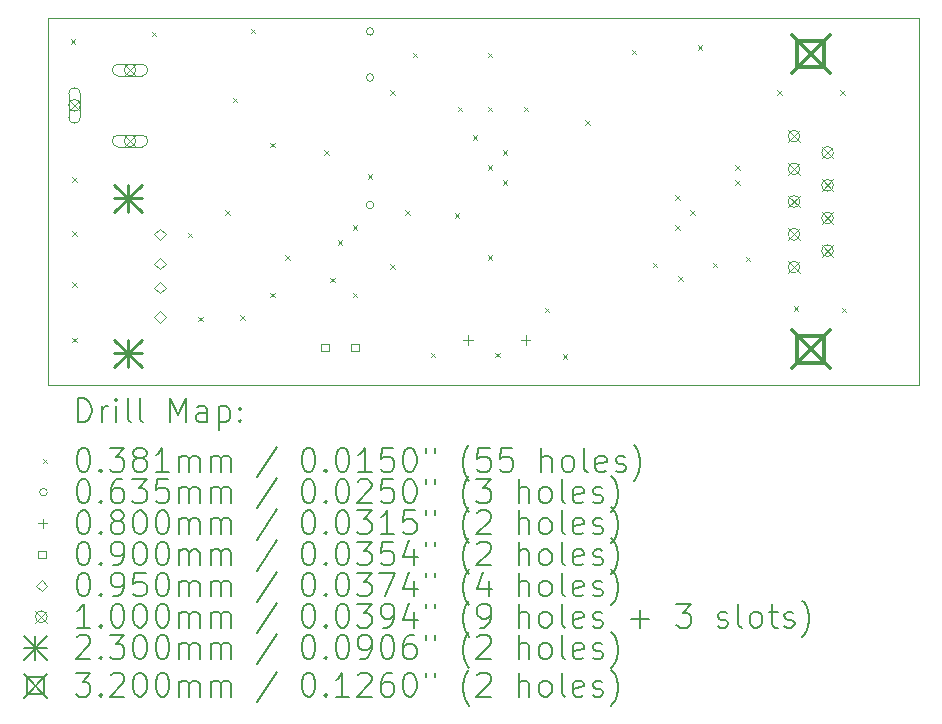
<source format=gbr>
%TF.GenerationSoftware,KiCad,Pcbnew,8.0.3+1*%
%TF.CreationDate,2024-07-17T12:21:29-06:00*%
%TF.ProjectId,CH375_Serial,43483337-355f-4536-9572-69616c2e6b69,rev?*%
%TF.SameCoordinates,Original*%
%TF.FileFunction,Drillmap*%
%TF.FilePolarity,Positive*%
%FSLAX45Y45*%
G04 Gerber Fmt 4.5, Leading zero omitted, Abs format (unit mm)*
G04 Created by KiCad (PCBNEW 8.0.3+1) date 2024-07-17 12:21:29*
%MOMM*%
%LPD*%
G01*
G04 APERTURE LIST*
%ADD10C,0.050000*%
%ADD11C,0.200000*%
%ADD12C,0.100000*%
%ADD13C,0.230000*%
%ADD14C,0.320000*%
G04 APERTURE END LIST*
D10*
X12065000Y-5778500D02*
X19443700Y-5778500D01*
X19443700Y-8890000D01*
X12065000Y-8890000D01*
X12065000Y-5778500D01*
D11*
D12*
X12261850Y-5962650D02*
X12299950Y-6000750D01*
X12299950Y-5962650D02*
X12261850Y-6000750D01*
X12274550Y-7131050D02*
X12312650Y-7169150D01*
X12312650Y-7131050D02*
X12274550Y-7169150D01*
X12274550Y-7588250D02*
X12312650Y-7626350D01*
X12312650Y-7588250D02*
X12274550Y-7626350D01*
X12274550Y-8020050D02*
X12312650Y-8058150D01*
X12312650Y-8020050D02*
X12274550Y-8058150D01*
X12274550Y-8489950D02*
X12312650Y-8528050D01*
X12312650Y-8489950D02*
X12274550Y-8528050D01*
X12947650Y-5899150D02*
X12985750Y-5937250D01*
X12985750Y-5899150D02*
X12947650Y-5937250D01*
X13252450Y-7600950D02*
X13290550Y-7639050D01*
X13290550Y-7600950D02*
X13252450Y-7639050D01*
X13341350Y-8312150D02*
X13379450Y-8350250D01*
X13379450Y-8312150D02*
X13341350Y-8350250D01*
X13569950Y-7410450D02*
X13608050Y-7448550D01*
X13608050Y-7410450D02*
X13569950Y-7448550D01*
X13633450Y-6457950D02*
X13671550Y-6496050D01*
X13671550Y-6457950D02*
X13633450Y-6496050D01*
X13696950Y-8299450D02*
X13735050Y-8337550D01*
X13735050Y-8299450D02*
X13696950Y-8337550D01*
X13785850Y-5873750D02*
X13823950Y-5911850D01*
X13823950Y-5873750D02*
X13785850Y-5911850D01*
X13950950Y-6838950D02*
X13989050Y-6877050D01*
X13989050Y-6838950D02*
X13950950Y-6877050D01*
X13950950Y-8108950D02*
X13989050Y-8147050D01*
X13989050Y-8108950D02*
X13950950Y-8147050D01*
X14077950Y-7791450D02*
X14116050Y-7829550D01*
X14116050Y-7791450D02*
X14077950Y-7829550D01*
X14408150Y-6902450D02*
X14446250Y-6940550D01*
X14446250Y-6902450D02*
X14408150Y-6940550D01*
X14458950Y-7981950D02*
X14497050Y-8020050D01*
X14497050Y-7981950D02*
X14458950Y-8020050D01*
X14522450Y-7664450D02*
X14560550Y-7702550D01*
X14560550Y-7664450D02*
X14522450Y-7702550D01*
X14649450Y-7537450D02*
X14687550Y-7575550D01*
X14687550Y-7537450D02*
X14649450Y-7575550D01*
X14649450Y-8108950D02*
X14687550Y-8147050D01*
X14687550Y-8108950D02*
X14649450Y-8147050D01*
X14776450Y-7105650D02*
X14814550Y-7143750D01*
X14814550Y-7105650D02*
X14776450Y-7143750D01*
X14966950Y-6394450D02*
X15005050Y-6432550D01*
X15005050Y-6394450D02*
X14966950Y-6432550D01*
X14966950Y-7867650D02*
X15005050Y-7905750D01*
X15005050Y-7867650D02*
X14966950Y-7905750D01*
X15093950Y-7410450D02*
X15132050Y-7448550D01*
X15132050Y-7410450D02*
X15093950Y-7448550D01*
X15157450Y-6076950D02*
X15195550Y-6115050D01*
X15195550Y-6076950D02*
X15157450Y-6115050D01*
X15309850Y-8616950D02*
X15347950Y-8655050D01*
X15347950Y-8616950D02*
X15309850Y-8655050D01*
X15513050Y-7435850D02*
X15551150Y-7473950D01*
X15551150Y-7435850D02*
X15513050Y-7473950D01*
X15538450Y-6534150D02*
X15576550Y-6572250D01*
X15576550Y-6534150D02*
X15538450Y-6572250D01*
X15665450Y-6775450D02*
X15703550Y-6813550D01*
X15703550Y-6775450D02*
X15665450Y-6813550D01*
X15792450Y-6076950D02*
X15830550Y-6115050D01*
X15830550Y-6076950D02*
X15792450Y-6115050D01*
X15792450Y-6534150D02*
X15830550Y-6572250D01*
X15830550Y-6534150D02*
X15792450Y-6572250D01*
X15792450Y-7029450D02*
X15830550Y-7067550D01*
X15830550Y-7029450D02*
X15792450Y-7067550D01*
X15792450Y-7791450D02*
X15830550Y-7829550D01*
X15830550Y-7791450D02*
X15792450Y-7829550D01*
X15855950Y-8616950D02*
X15894050Y-8655050D01*
X15894050Y-8616950D02*
X15855950Y-8655050D01*
X15919450Y-6902450D02*
X15957550Y-6940550D01*
X15957550Y-6902450D02*
X15919450Y-6940550D01*
X15919450Y-7156450D02*
X15957550Y-7194550D01*
X15957550Y-7156450D02*
X15919450Y-7194550D01*
X16097250Y-6534150D02*
X16135350Y-6572250D01*
X16135350Y-6534150D02*
X16097250Y-6572250D01*
X16275050Y-8235950D02*
X16313150Y-8274050D01*
X16313150Y-8235950D02*
X16275050Y-8274050D01*
X16427450Y-8629650D02*
X16465550Y-8667750D01*
X16465550Y-8629650D02*
X16427450Y-8667750D01*
X16617950Y-6648450D02*
X16656050Y-6686550D01*
X16656050Y-6648450D02*
X16617950Y-6686550D01*
X17011650Y-6051550D02*
X17049750Y-6089650D01*
X17049750Y-6051550D02*
X17011650Y-6089650D01*
X17189450Y-7854950D02*
X17227550Y-7893050D01*
X17227550Y-7854950D02*
X17189450Y-7893050D01*
X17379950Y-7283450D02*
X17418050Y-7321550D01*
X17418050Y-7283450D02*
X17379950Y-7321550D01*
X17379950Y-7537450D02*
X17418050Y-7575550D01*
X17418050Y-7537450D02*
X17379950Y-7575550D01*
X17405350Y-7969250D02*
X17443450Y-8007350D01*
X17443450Y-7969250D02*
X17405350Y-8007350D01*
X17506950Y-7410450D02*
X17545050Y-7448550D01*
X17545050Y-7410450D02*
X17506950Y-7448550D01*
X17570450Y-6013450D02*
X17608550Y-6051550D01*
X17608550Y-6013450D02*
X17570450Y-6051550D01*
X17697450Y-7854950D02*
X17735550Y-7893050D01*
X17735550Y-7854950D02*
X17697450Y-7893050D01*
X17887950Y-7029450D02*
X17926050Y-7067550D01*
X17926050Y-7029450D02*
X17887950Y-7067550D01*
X17887950Y-7156450D02*
X17926050Y-7194550D01*
X17926050Y-7156450D02*
X17887950Y-7194550D01*
X17976850Y-7804150D02*
X18014950Y-7842250D01*
X18014950Y-7804150D02*
X17976850Y-7842250D01*
X18243550Y-6394450D02*
X18281650Y-6432550D01*
X18281650Y-6394450D02*
X18243550Y-6432550D01*
X18383250Y-8223250D02*
X18421350Y-8261350D01*
X18421350Y-8223250D02*
X18383250Y-8261350D01*
X18776950Y-6394450D02*
X18815050Y-6432550D01*
X18815050Y-6394450D02*
X18776950Y-6432550D01*
X18789650Y-8235950D02*
X18827750Y-8274050D01*
X18827750Y-8235950D02*
X18789650Y-8274050D01*
X14827250Y-5896436D02*
G75*
G02*
X14763750Y-5896436I-31750J0D01*
G01*
X14763750Y-5896436D02*
G75*
G02*
X14827250Y-5896436I31750J0D01*
G01*
X14827250Y-6286500D02*
G75*
G02*
X14763750Y-6286500I-31750J0D01*
G01*
X14763750Y-6286500D02*
G75*
G02*
X14827250Y-6286500I31750J0D01*
G01*
X14827250Y-7366000D02*
G75*
G02*
X14763750Y-7366000I-31750J0D01*
G01*
X14763750Y-7366000D02*
G75*
G02*
X14827250Y-7366000I31750J0D01*
G01*
X15625750Y-8469000D02*
X15625750Y-8549000D01*
X15585750Y-8509000D02*
X15665750Y-8509000D01*
X16113750Y-8469000D02*
X16113750Y-8549000D01*
X16073750Y-8509000D02*
X16153750Y-8509000D01*
X14446320Y-8604320D02*
X14446320Y-8540680D01*
X14382680Y-8540680D01*
X14382680Y-8604320D01*
X14446320Y-8604320D01*
X14700320Y-8604320D02*
X14700320Y-8540680D01*
X14636680Y-8540680D01*
X14636680Y-8604320D01*
X14700320Y-8604320D01*
X13017500Y-7662000D02*
X13065000Y-7614500D01*
X13017500Y-7567000D01*
X12970000Y-7614500D01*
X13017500Y-7662000D01*
X13017500Y-7912000D02*
X13065000Y-7864500D01*
X13017500Y-7817000D01*
X12970000Y-7864500D01*
X13017500Y-7912000D01*
X13017500Y-8112000D02*
X13065000Y-8064500D01*
X13017500Y-8017000D01*
X12970000Y-8064500D01*
X13017500Y-8112000D01*
X13017500Y-8362000D02*
X13065000Y-8314500D01*
X13017500Y-8267000D01*
X12970000Y-8314500D01*
X13017500Y-8362000D01*
X12243500Y-6473000D02*
X12343500Y-6573000D01*
X12343500Y-6473000D02*
X12243500Y-6573000D01*
X12343500Y-6523000D02*
G75*
G02*
X12243500Y-6523000I-50000J0D01*
G01*
X12243500Y-6523000D02*
G75*
G02*
X12343500Y-6523000I50000J0D01*
G01*
X12243500Y-6423000D02*
X12243500Y-6623000D01*
X12343500Y-6623000D02*
G75*
G02*
X12243500Y-6623000I-50000J0D01*
G01*
X12343500Y-6623000D02*
X12343500Y-6423000D01*
X12343500Y-6423000D02*
G75*
G03*
X12243500Y-6423000I-50000J0D01*
G01*
X12713500Y-6173000D02*
X12813500Y-6273000D01*
X12813500Y-6173000D02*
X12713500Y-6273000D01*
X12813500Y-6223000D02*
G75*
G02*
X12713500Y-6223000I-50000J0D01*
G01*
X12713500Y-6223000D02*
G75*
G02*
X12813500Y-6223000I50000J0D01*
G01*
X12863500Y-6173000D02*
X12663500Y-6173000D01*
X12663500Y-6273000D02*
G75*
G02*
X12663500Y-6173000I0J50000D01*
G01*
X12663500Y-6273000D02*
X12863500Y-6273000D01*
X12863500Y-6273000D02*
G75*
G03*
X12863500Y-6173000I0J50000D01*
G01*
X12713500Y-6773000D02*
X12813500Y-6873000D01*
X12813500Y-6773000D02*
X12713500Y-6873000D01*
X12813500Y-6823000D02*
G75*
G02*
X12713500Y-6823000I-50000J0D01*
G01*
X12713500Y-6823000D02*
G75*
G02*
X12813500Y-6823000I50000J0D01*
G01*
X12863500Y-6773000D02*
X12663500Y-6773000D01*
X12663500Y-6873000D02*
G75*
G02*
X12663500Y-6773000I0J50000D01*
G01*
X12663500Y-6873000D02*
X12863500Y-6873000D01*
X12863500Y-6873000D02*
G75*
G03*
X12863500Y-6773000I0J50000D01*
G01*
X18335000Y-6733000D02*
X18435000Y-6833000D01*
X18435000Y-6733000D02*
X18335000Y-6833000D01*
X18435000Y-6783000D02*
G75*
G02*
X18335000Y-6783000I-50000J0D01*
G01*
X18335000Y-6783000D02*
G75*
G02*
X18435000Y-6783000I50000J0D01*
G01*
X18335000Y-7010000D02*
X18435000Y-7110000D01*
X18435000Y-7010000D02*
X18335000Y-7110000D01*
X18435000Y-7060000D02*
G75*
G02*
X18335000Y-7060000I-50000J0D01*
G01*
X18335000Y-7060000D02*
G75*
G02*
X18435000Y-7060000I50000J0D01*
G01*
X18335000Y-7287000D02*
X18435000Y-7387000D01*
X18435000Y-7287000D02*
X18335000Y-7387000D01*
X18435000Y-7337000D02*
G75*
G02*
X18335000Y-7337000I-50000J0D01*
G01*
X18335000Y-7337000D02*
G75*
G02*
X18435000Y-7337000I50000J0D01*
G01*
X18335000Y-7564000D02*
X18435000Y-7664000D01*
X18435000Y-7564000D02*
X18335000Y-7664000D01*
X18435000Y-7614000D02*
G75*
G02*
X18335000Y-7614000I-50000J0D01*
G01*
X18335000Y-7614000D02*
G75*
G02*
X18435000Y-7614000I50000J0D01*
G01*
X18335000Y-7841000D02*
X18435000Y-7941000D01*
X18435000Y-7841000D02*
X18335000Y-7941000D01*
X18435000Y-7891000D02*
G75*
G02*
X18335000Y-7891000I-50000J0D01*
G01*
X18335000Y-7891000D02*
G75*
G02*
X18435000Y-7891000I50000J0D01*
G01*
X18619000Y-6871500D02*
X18719000Y-6971500D01*
X18719000Y-6871500D02*
X18619000Y-6971500D01*
X18719000Y-6921500D02*
G75*
G02*
X18619000Y-6921500I-50000J0D01*
G01*
X18619000Y-6921500D02*
G75*
G02*
X18719000Y-6921500I50000J0D01*
G01*
X18619000Y-7148500D02*
X18719000Y-7248500D01*
X18719000Y-7148500D02*
X18619000Y-7248500D01*
X18719000Y-7198500D02*
G75*
G02*
X18619000Y-7198500I-50000J0D01*
G01*
X18619000Y-7198500D02*
G75*
G02*
X18719000Y-7198500I50000J0D01*
G01*
X18619000Y-7425500D02*
X18719000Y-7525500D01*
X18719000Y-7425500D02*
X18619000Y-7525500D01*
X18719000Y-7475500D02*
G75*
G02*
X18619000Y-7475500I-50000J0D01*
G01*
X18619000Y-7475500D02*
G75*
G02*
X18719000Y-7475500I50000J0D01*
G01*
X18619000Y-7702500D02*
X18719000Y-7802500D01*
X18719000Y-7702500D02*
X18619000Y-7802500D01*
X18719000Y-7752500D02*
G75*
G02*
X18619000Y-7752500I-50000J0D01*
G01*
X18619000Y-7752500D02*
G75*
G02*
X18719000Y-7752500I50000J0D01*
G01*
D13*
X12631500Y-7192500D02*
X12861500Y-7422500D01*
X12861500Y-7192500D02*
X12631500Y-7422500D01*
X12746500Y-7192500D02*
X12746500Y-7422500D01*
X12631500Y-7307500D02*
X12861500Y-7307500D01*
X12631500Y-8506500D02*
X12861500Y-8736500D01*
X12861500Y-8506500D02*
X12631500Y-8736500D01*
X12746500Y-8506500D02*
X12746500Y-8736500D01*
X12631500Y-8621500D02*
X12861500Y-8621500D01*
D14*
X18367000Y-5927000D02*
X18687000Y-6247000D01*
X18687000Y-5927000D02*
X18367000Y-6247000D01*
X18640138Y-6200138D02*
X18640138Y-5973862D01*
X18413862Y-5973862D01*
X18413862Y-6200138D01*
X18640138Y-6200138D01*
X18367000Y-8427000D02*
X18687000Y-8747000D01*
X18687000Y-8427000D02*
X18367000Y-8747000D01*
X18640138Y-8700138D02*
X18640138Y-8473862D01*
X18413862Y-8473862D01*
X18413862Y-8700138D01*
X18640138Y-8700138D01*
D11*
X12323277Y-9203984D02*
X12323277Y-9003984D01*
X12323277Y-9003984D02*
X12370896Y-9003984D01*
X12370896Y-9003984D02*
X12399467Y-9013508D01*
X12399467Y-9013508D02*
X12418515Y-9032555D01*
X12418515Y-9032555D02*
X12428039Y-9051603D01*
X12428039Y-9051603D02*
X12437562Y-9089698D01*
X12437562Y-9089698D02*
X12437562Y-9118270D01*
X12437562Y-9118270D02*
X12428039Y-9156365D01*
X12428039Y-9156365D02*
X12418515Y-9175412D01*
X12418515Y-9175412D02*
X12399467Y-9194460D01*
X12399467Y-9194460D02*
X12370896Y-9203984D01*
X12370896Y-9203984D02*
X12323277Y-9203984D01*
X12523277Y-9203984D02*
X12523277Y-9070650D01*
X12523277Y-9108746D02*
X12532801Y-9089698D01*
X12532801Y-9089698D02*
X12542324Y-9080174D01*
X12542324Y-9080174D02*
X12561372Y-9070650D01*
X12561372Y-9070650D02*
X12580420Y-9070650D01*
X12647086Y-9203984D02*
X12647086Y-9070650D01*
X12647086Y-9003984D02*
X12637562Y-9013508D01*
X12637562Y-9013508D02*
X12647086Y-9023031D01*
X12647086Y-9023031D02*
X12656610Y-9013508D01*
X12656610Y-9013508D02*
X12647086Y-9003984D01*
X12647086Y-9003984D02*
X12647086Y-9023031D01*
X12770896Y-9203984D02*
X12751848Y-9194460D01*
X12751848Y-9194460D02*
X12742324Y-9175412D01*
X12742324Y-9175412D02*
X12742324Y-9003984D01*
X12875658Y-9203984D02*
X12856610Y-9194460D01*
X12856610Y-9194460D02*
X12847086Y-9175412D01*
X12847086Y-9175412D02*
X12847086Y-9003984D01*
X13104229Y-9203984D02*
X13104229Y-9003984D01*
X13104229Y-9003984D02*
X13170896Y-9146841D01*
X13170896Y-9146841D02*
X13237562Y-9003984D01*
X13237562Y-9003984D02*
X13237562Y-9203984D01*
X13418515Y-9203984D02*
X13418515Y-9099222D01*
X13418515Y-9099222D02*
X13408991Y-9080174D01*
X13408991Y-9080174D02*
X13389943Y-9070650D01*
X13389943Y-9070650D02*
X13351848Y-9070650D01*
X13351848Y-9070650D02*
X13332801Y-9080174D01*
X13418515Y-9194460D02*
X13399467Y-9203984D01*
X13399467Y-9203984D02*
X13351848Y-9203984D01*
X13351848Y-9203984D02*
X13332801Y-9194460D01*
X13332801Y-9194460D02*
X13323277Y-9175412D01*
X13323277Y-9175412D02*
X13323277Y-9156365D01*
X13323277Y-9156365D02*
X13332801Y-9137317D01*
X13332801Y-9137317D02*
X13351848Y-9127793D01*
X13351848Y-9127793D02*
X13399467Y-9127793D01*
X13399467Y-9127793D02*
X13418515Y-9118270D01*
X13513753Y-9070650D02*
X13513753Y-9270650D01*
X13513753Y-9080174D02*
X13532801Y-9070650D01*
X13532801Y-9070650D02*
X13570896Y-9070650D01*
X13570896Y-9070650D02*
X13589943Y-9080174D01*
X13589943Y-9080174D02*
X13599467Y-9089698D01*
X13599467Y-9089698D02*
X13608991Y-9108746D01*
X13608991Y-9108746D02*
X13608991Y-9165889D01*
X13608991Y-9165889D02*
X13599467Y-9184936D01*
X13599467Y-9184936D02*
X13589943Y-9194460D01*
X13589943Y-9194460D02*
X13570896Y-9203984D01*
X13570896Y-9203984D02*
X13532801Y-9203984D01*
X13532801Y-9203984D02*
X13513753Y-9194460D01*
X13694705Y-9184936D02*
X13704229Y-9194460D01*
X13704229Y-9194460D02*
X13694705Y-9203984D01*
X13694705Y-9203984D02*
X13685182Y-9194460D01*
X13685182Y-9194460D02*
X13694705Y-9184936D01*
X13694705Y-9184936D02*
X13694705Y-9203984D01*
X13694705Y-9080174D02*
X13704229Y-9089698D01*
X13704229Y-9089698D02*
X13694705Y-9099222D01*
X13694705Y-9099222D02*
X13685182Y-9089698D01*
X13685182Y-9089698D02*
X13694705Y-9080174D01*
X13694705Y-9080174D02*
X13694705Y-9099222D01*
D12*
X12024400Y-9513450D02*
X12062500Y-9551550D01*
X12062500Y-9513450D02*
X12024400Y-9551550D01*
D11*
X12361372Y-9423984D02*
X12380420Y-9423984D01*
X12380420Y-9423984D02*
X12399467Y-9433508D01*
X12399467Y-9433508D02*
X12408991Y-9443031D01*
X12408991Y-9443031D02*
X12418515Y-9462079D01*
X12418515Y-9462079D02*
X12428039Y-9500174D01*
X12428039Y-9500174D02*
X12428039Y-9547793D01*
X12428039Y-9547793D02*
X12418515Y-9585889D01*
X12418515Y-9585889D02*
X12408991Y-9604936D01*
X12408991Y-9604936D02*
X12399467Y-9614460D01*
X12399467Y-9614460D02*
X12380420Y-9623984D01*
X12380420Y-9623984D02*
X12361372Y-9623984D01*
X12361372Y-9623984D02*
X12342324Y-9614460D01*
X12342324Y-9614460D02*
X12332801Y-9604936D01*
X12332801Y-9604936D02*
X12323277Y-9585889D01*
X12323277Y-9585889D02*
X12313753Y-9547793D01*
X12313753Y-9547793D02*
X12313753Y-9500174D01*
X12313753Y-9500174D02*
X12323277Y-9462079D01*
X12323277Y-9462079D02*
X12332801Y-9443031D01*
X12332801Y-9443031D02*
X12342324Y-9433508D01*
X12342324Y-9433508D02*
X12361372Y-9423984D01*
X12513753Y-9604936D02*
X12523277Y-9614460D01*
X12523277Y-9614460D02*
X12513753Y-9623984D01*
X12513753Y-9623984D02*
X12504229Y-9614460D01*
X12504229Y-9614460D02*
X12513753Y-9604936D01*
X12513753Y-9604936D02*
X12513753Y-9623984D01*
X12589943Y-9423984D02*
X12713753Y-9423984D01*
X12713753Y-9423984D02*
X12647086Y-9500174D01*
X12647086Y-9500174D02*
X12675658Y-9500174D01*
X12675658Y-9500174D02*
X12694705Y-9509698D01*
X12694705Y-9509698D02*
X12704229Y-9519222D01*
X12704229Y-9519222D02*
X12713753Y-9538270D01*
X12713753Y-9538270D02*
X12713753Y-9585889D01*
X12713753Y-9585889D02*
X12704229Y-9604936D01*
X12704229Y-9604936D02*
X12694705Y-9614460D01*
X12694705Y-9614460D02*
X12675658Y-9623984D01*
X12675658Y-9623984D02*
X12618515Y-9623984D01*
X12618515Y-9623984D02*
X12599467Y-9614460D01*
X12599467Y-9614460D02*
X12589943Y-9604936D01*
X12828039Y-9509698D02*
X12808991Y-9500174D01*
X12808991Y-9500174D02*
X12799467Y-9490650D01*
X12799467Y-9490650D02*
X12789943Y-9471603D01*
X12789943Y-9471603D02*
X12789943Y-9462079D01*
X12789943Y-9462079D02*
X12799467Y-9443031D01*
X12799467Y-9443031D02*
X12808991Y-9433508D01*
X12808991Y-9433508D02*
X12828039Y-9423984D01*
X12828039Y-9423984D02*
X12866134Y-9423984D01*
X12866134Y-9423984D02*
X12885182Y-9433508D01*
X12885182Y-9433508D02*
X12894705Y-9443031D01*
X12894705Y-9443031D02*
X12904229Y-9462079D01*
X12904229Y-9462079D02*
X12904229Y-9471603D01*
X12904229Y-9471603D02*
X12894705Y-9490650D01*
X12894705Y-9490650D02*
X12885182Y-9500174D01*
X12885182Y-9500174D02*
X12866134Y-9509698D01*
X12866134Y-9509698D02*
X12828039Y-9509698D01*
X12828039Y-9509698D02*
X12808991Y-9519222D01*
X12808991Y-9519222D02*
X12799467Y-9528746D01*
X12799467Y-9528746D02*
X12789943Y-9547793D01*
X12789943Y-9547793D02*
X12789943Y-9585889D01*
X12789943Y-9585889D02*
X12799467Y-9604936D01*
X12799467Y-9604936D02*
X12808991Y-9614460D01*
X12808991Y-9614460D02*
X12828039Y-9623984D01*
X12828039Y-9623984D02*
X12866134Y-9623984D01*
X12866134Y-9623984D02*
X12885182Y-9614460D01*
X12885182Y-9614460D02*
X12894705Y-9604936D01*
X12894705Y-9604936D02*
X12904229Y-9585889D01*
X12904229Y-9585889D02*
X12904229Y-9547793D01*
X12904229Y-9547793D02*
X12894705Y-9528746D01*
X12894705Y-9528746D02*
X12885182Y-9519222D01*
X12885182Y-9519222D02*
X12866134Y-9509698D01*
X13094705Y-9623984D02*
X12980420Y-9623984D01*
X13037562Y-9623984D02*
X13037562Y-9423984D01*
X13037562Y-9423984D02*
X13018515Y-9452555D01*
X13018515Y-9452555D02*
X12999467Y-9471603D01*
X12999467Y-9471603D02*
X12980420Y-9481127D01*
X13180420Y-9623984D02*
X13180420Y-9490650D01*
X13180420Y-9509698D02*
X13189943Y-9500174D01*
X13189943Y-9500174D02*
X13208991Y-9490650D01*
X13208991Y-9490650D02*
X13237563Y-9490650D01*
X13237563Y-9490650D02*
X13256610Y-9500174D01*
X13256610Y-9500174D02*
X13266134Y-9519222D01*
X13266134Y-9519222D02*
X13266134Y-9623984D01*
X13266134Y-9519222D02*
X13275658Y-9500174D01*
X13275658Y-9500174D02*
X13294705Y-9490650D01*
X13294705Y-9490650D02*
X13323277Y-9490650D01*
X13323277Y-9490650D02*
X13342324Y-9500174D01*
X13342324Y-9500174D02*
X13351848Y-9519222D01*
X13351848Y-9519222D02*
X13351848Y-9623984D01*
X13447086Y-9623984D02*
X13447086Y-9490650D01*
X13447086Y-9509698D02*
X13456610Y-9500174D01*
X13456610Y-9500174D02*
X13475658Y-9490650D01*
X13475658Y-9490650D02*
X13504229Y-9490650D01*
X13504229Y-9490650D02*
X13523277Y-9500174D01*
X13523277Y-9500174D02*
X13532801Y-9519222D01*
X13532801Y-9519222D02*
X13532801Y-9623984D01*
X13532801Y-9519222D02*
X13542324Y-9500174D01*
X13542324Y-9500174D02*
X13561372Y-9490650D01*
X13561372Y-9490650D02*
X13589943Y-9490650D01*
X13589943Y-9490650D02*
X13608991Y-9500174D01*
X13608991Y-9500174D02*
X13618515Y-9519222D01*
X13618515Y-9519222D02*
X13618515Y-9623984D01*
X14008991Y-9414460D02*
X13837563Y-9671603D01*
X14266134Y-9423984D02*
X14285182Y-9423984D01*
X14285182Y-9423984D02*
X14304229Y-9433508D01*
X14304229Y-9433508D02*
X14313753Y-9443031D01*
X14313753Y-9443031D02*
X14323277Y-9462079D01*
X14323277Y-9462079D02*
X14332801Y-9500174D01*
X14332801Y-9500174D02*
X14332801Y-9547793D01*
X14332801Y-9547793D02*
X14323277Y-9585889D01*
X14323277Y-9585889D02*
X14313753Y-9604936D01*
X14313753Y-9604936D02*
X14304229Y-9614460D01*
X14304229Y-9614460D02*
X14285182Y-9623984D01*
X14285182Y-9623984D02*
X14266134Y-9623984D01*
X14266134Y-9623984D02*
X14247086Y-9614460D01*
X14247086Y-9614460D02*
X14237563Y-9604936D01*
X14237563Y-9604936D02*
X14228039Y-9585889D01*
X14228039Y-9585889D02*
X14218515Y-9547793D01*
X14218515Y-9547793D02*
X14218515Y-9500174D01*
X14218515Y-9500174D02*
X14228039Y-9462079D01*
X14228039Y-9462079D02*
X14237563Y-9443031D01*
X14237563Y-9443031D02*
X14247086Y-9433508D01*
X14247086Y-9433508D02*
X14266134Y-9423984D01*
X14418515Y-9604936D02*
X14428039Y-9614460D01*
X14428039Y-9614460D02*
X14418515Y-9623984D01*
X14418515Y-9623984D02*
X14408991Y-9614460D01*
X14408991Y-9614460D02*
X14418515Y-9604936D01*
X14418515Y-9604936D02*
X14418515Y-9623984D01*
X14551848Y-9423984D02*
X14570896Y-9423984D01*
X14570896Y-9423984D02*
X14589944Y-9433508D01*
X14589944Y-9433508D02*
X14599467Y-9443031D01*
X14599467Y-9443031D02*
X14608991Y-9462079D01*
X14608991Y-9462079D02*
X14618515Y-9500174D01*
X14618515Y-9500174D02*
X14618515Y-9547793D01*
X14618515Y-9547793D02*
X14608991Y-9585889D01*
X14608991Y-9585889D02*
X14599467Y-9604936D01*
X14599467Y-9604936D02*
X14589944Y-9614460D01*
X14589944Y-9614460D02*
X14570896Y-9623984D01*
X14570896Y-9623984D02*
X14551848Y-9623984D01*
X14551848Y-9623984D02*
X14532801Y-9614460D01*
X14532801Y-9614460D02*
X14523277Y-9604936D01*
X14523277Y-9604936D02*
X14513753Y-9585889D01*
X14513753Y-9585889D02*
X14504229Y-9547793D01*
X14504229Y-9547793D02*
X14504229Y-9500174D01*
X14504229Y-9500174D02*
X14513753Y-9462079D01*
X14513753Y-9462079D02*
X14523277Y-9443031D01*
X14523277Y-9443031D02*
X14532801Y-9433508D01*
X14532801Y-9433508D02*
X14551848Y-9423984D01*
X14808991Y-9623984D02*
X14694706Y-9623984D01*
X14751848Y-9623984D02*
X14751848Y-9423984D01*
X14751848Y-9423984D02*
X14732801Y-9452555D01*
X14732801Y-9452555D02*
X14713753Y-9471603D01*
X14713753Y-9471603D02*
X14694706Y-9481127D01*
X14989944Y-9423984D02*
X14894706Y-9423984D01*
X14894706Y-9423984D02*
X14885182Y-9519222D01*
X14885182Y-9519222D02*
X14894706Y-9509698D01*
X14894706Y-9509698D02*
X14913753Y-9500174D01*
X14913753Y-9500174D02*
X14961372Y-9500174D01*
X14961372Y-9500174D02*
X14980420Y-9509698D01*
X14980420Y-9509698D02*
X14989944Y-9519222D01*
X14989944Y-9519222D02*
X14999467Y-9538270D01*
X14999467Y-9538270D02*
X14999467Y-9585889D01*
X14999467Y-9585889D02*
X14989944Y-9604936D01*
X14989944Y-9604936D02*
X14980420Y-9614460D01*
X14980420Y-9614460D02*
X14961372Y-9623984D01*
X14961372Y-9623984D02*
X14913753Y-9623984D01*
X14913753Y-9623984D02*
X14894706Y-9614460D01*
X14894706Y-9614460D02*
X14885182Y-9604936D01*
X15123277Y-9423984D02*
X15142325Y-9423984D01*
X15142325Y-9423984D02*
X15161372Y-9433508D01*
X15161372Y-9433508D02*
X15170896Y-9443031D01*
X15170896Y-9443031D02*
X15180420Y-9462079D01*
X15180420Y-9462079D02*
X15189944Y-9500174D01*
X15189944Y-9500174D02*
X15189944Y-9547793D01*
X15189944Y-9547793D02*
X15180420Y-9585889D01*
X15180420Y-9585889D02*
X15170896Y-9604936D01*
X15170896Y-9604936D02*
X15161372Y-9614460D01*
X15161372Y-9614460D02*
X15142325Y-9623984D01*
X15142325Y-9623984D02*
X15123277Y-9623984D01*
X15123277Y-9623984D02*
X15104229Y-9614460D01*
X15104229Y-9614460D02*
X15094706Y-9604936D01*
X15094706Y-9604936D02*
X15085182Y-9585889D01*
X15085182Y-9585889D02*
X15075658Y-9547793D01*
X15075658Y-9547793D02*
X15075658Y-9500174D01*
X15075658Y-9500174D02*
X15085182Y-9462079D01*
X15085182Y-9462079D02*
X15094706Y-9443031D01*
X15094706Y-9443031D02*
X15104229Y-9433508D01*
X15104229Y-9433508D02*
X15123277Y-9423984D01*
X15266134Y-9423984D02*
X15266134Y-9462079D01*
X15342325Y-9423984D02*
X15342325Y-9462079D01*
X15637563Y-9700174D02*
X15628039Y-9690650D01*
X15628039Y-9690650D02*
X15608991Y-9662079D01*
X15608991Y-9662079D02*
X15599468Y-9643031D01*
X15599468Y-9643031D02*
X15589944Y-9614460D01*
X15589944Y-9614460D02*
X15580420Y-9566841D01*
X15580420Y-9566841D02*
X15580420Y-9528746D01*
X15580420Y-9528746D02*
X15589944Y-9481127D01*
X15589944Y-9481127D02*
X15599468Y-9452555D01*
X15599468Y-9452555D02*
X15608991Y-9433508D01*
X15608991Y-9433508D02*
X15628039Y-9404936D01*
X15628039Y-9404936D02*
X15637563Y-9395412D01*
X15808991Y-9423984D02*
X15713753Y-9423984D01*
X15713753Y-9423984D02*
X15704229Y-9519222D01*
X15704229Y-9519222D02*
X15713753Y-9509698D01*
X15713753Y-9509698D02*
X15732801Y-9500174D01*
X15732801Y-9500174D02*
X15780420Y-9500174D01*
X15780420Y-9500174D02*
X15799468Y-9509698D01*
X15799468Y-9509698D02*
X15808991Y-9519222D01*
X15808991Y-9519222D02*
X15818515Y-9538270D01*
X15818515Y-9538270D02*
X15818515Y-9585889D01*
X15818515Y-9585889D02*
X15808991Y-9604936D01*
X15808991Y-9604936D02*
X15799468Y-9614460D01*
X15799468Y-9614460D02*
X15780420Y-9623984D01*
X15780420Y-9623984D02*
X15732801Y-9623984D01*
X15732801Y-9623984D02*
X15713753Y-9614460D01*
X15713753Y-9614460D02*
X15704229Y-9604936D01*
X15999468Y-9423984D02*
X15904229Y-9423984D01*
X15904229Y-9423984D02*
X15894706Y-9519222D01*
X15894706Y-9519222D02*
X15904229Y-9509698D01*
X15904229Y-9509698D02*
X15923277Y-9500174D01*
X15923277Y-9500174D02*
X15970896Y-9500174D01*
X15970896Y-9500174D02*
X15989944Y-9509698D01*
X15989944Y-9509698D02*
X15999468Y-9519222D01*
X15999468Y-9519222D02*
X16008991Y-9538270D01*
X16008991Y-9538270D02*
X16008991Y-9585889D01*
X16008991Y-9585889D02*
X15999468Y-9604936D01*
X15999468Y-9604936D02*
X15989944Y-9614460D01*
X15989944Y-9614460D02*
X15970896Y-9623984D01*
X15970896Y-9623984D02*
X15923277Y-9623984D01*
X15923277Y-9623984D02*
X15904229Y-9614460D01*
X15904229Y-9614460D02*
X15894706Y-9604936D01*
X16247087Y-9623984D02*
X16247087Y-9423984D01*
X16332801Y-9623984D02*
X16332801Y-9519222D01*
X16332801Y-9519222D02*
X16323277Y-9500174D01*
X16323277Y-9500174D02*
X16304230Y-9490650D01*
X16304230Y-9490650D02*
X16275658Y-9490650D01*
X16275658Y-9490650D02*
X16256610Y-9500174D01*
X16256610Y-9500174D02*
X16247087Y-9509698D01*
X16456610Y-9623984D02*
X16437563Y-9614460D01*
X16437563Y-9614460D02*
X16428039Y-9604936D01*
X16428039Y-9604936D02*
X16418515Y-9585889D01*
X16418515Y-9585889D02*
X16418515Y-9528746D01*
X16418515Y-9528746D02*
X16428039Y-9509698D01*
X16428039Y-9509698D02*
X16437563Y-9500174D01*
X16437563Y-9500174D02*
X16456610Y-9490650D01*
X16456610Y-9490650D02*
X16485182Y-9490650D01*
X16485182Y-9490650D02*
X16504230Y-9500174D01*
X16504230Y-9500174D02*
X16513753Y-9509698D01*
X16513753Y-9509698D02*
X16523277Y-9528746D01*
X16523277Y-9528746D02*
X16523277Y-9585889D01*
X16523277Y-9585889D02*
X16513753Y-9604936D01*
X16513753Y-9604936D02*
X16504230Y-9614460D01*
X16504230Y-9614460D02*
X16485182Y-9623984D01*
X16485182Y-9623984D02*
X16456610Y-9623984D01*
X16637563Y-9623984D02*
X16618515Y-9614460D01*
X16618515Y-9614460D02*
X16608991Y-9595412D01*
X16608991Y-9595412D02*
X16608991Y-9423984D01*
X16789944Y-9614460D02*
X16770896Y-9623984D01*
X16770896Y-9623984D02*
X16732801Y-9623984D01*
X16732801Y-9623984D02*
X16713753Y-9614460D01*
X16713753Y-9614460D02*
X16704230Y-9595412D01*
X16704230Y-9595412D02*
X16704230Y-9519222D01*
X16704230Y-9519222D02*
X16713753Y-9500174D01*
X16713753Y-9500174D02*
X16732801Y-9490650D01*
X16732801Y-9490650D02*
X16770896Y-9490650D01*
X16770896Y-9490650D02*
X16789944Y-9500174D01*
X16789944Y-9500174D02*
X16799468Y-9519222D01*
X16799468Y-9519222D02*
X16799468Y-9538270D01*
X16799468Y-9538270D02*
X16704230Y-9557317D01*
X16875658Y-9614460D02*
X16894706Y-9623984D01*
X16894706Y-9623984D02*
X16932801Y-9623984D01*
X16932801Y-9623984D02*
X16951849Y-9614460D01*
X16951849Y-9614460D02*
X16961373Y-9595412D01*
X16961373Y-9595412D02*
X16961373Y-9585889D01*
X16961373Y-9585889D02*
X16951849Y-9566841D01*
X16951849Y-9566841D02*
X16932801Y-9557317D01*
X16932801Y-9557317D02*
X16904230Y-9557317D01*
X16904230Y-9557317D02*
X16885182Y-9547793D01*
X16885182Y-9547793D02*
X16875658Y-9528746D01*
X16875658Y-9528746D02*
X16875658Y-9519222D01*
X16875658Y-9519222D02*
X16885182Y-9500174D01*
X16885182Y-9500174D02*
X16904230Y-9490650D01*
X16904230Y-9490650D02*
X16932801Y-9490650D01*
X16932801Y-9490650D02*
X16951849Y-9500174D01*
X17028039Y-9700174D02*
X17037563Y-9690650D01*
X17037563Y-9690650D02*
X17056611Y-9662079D01*
X17056611Y-9662079D02*
X17066134Y-9643031D01*
X17066134Y-9643031D02*
X17075658Y-9614460D01*
X17075658Y-9614460D02*
X17085182Y-9566841D01*
X17085182Y-9566841D02*
X17085182Y-9528746D01*
X17085182Y-9528746D02*
X17075658Y-9481127D01*
X17075658Y-9481127D02*
X17066134Y-9452555D01*
X17066134Y-9452555D02*
X17056611Y-9433508D01*
X17056611Y-9433508D02*
X17037563Y-9404936D01*
X17037563Y-9404936D02*
X17028039Y-9395412D01*
D12*
X12062500Y-9796500D02*
G75*
G02*
X11999000Y-9796500I-31750J0D01*
G01*
X11999000Y-9796500D02*
G75*
G02*
X12062500Y-9796500I31750J0D01*
G01*
D11*
X12361372Y-9687984D02*
X12380420Y-9687984D01*
X12380420Y-9687984D02*
X12399467Y-9697508D01*
X12399467Y-9697508D02*
X12408991Y-9707031D01*
X12408991Y-9707031D02*
X12418515Y-9726079D01*
X12418515Y-9726079D02*
X12428039Y-9764174D01*
X12428039Y-9764174D02*
X12428039Y-9811793D01*
X12428039Y-9811793D02*
X12418515Y-9849889D01*
X12418515Y-9849889D02*
X12408991Y-9868936D01*
X12408991Y-9868936D02*
X12399467Y-9878460D01*
X12399467Y-9878460D02*
X12380420Y-9887984D01*
X12380420Y-9887984D02*
X12361372Y-9887984D01*
X12361372Y-9887984D02*
X12342324Y-9878460D01*
X12342324Y-9878460D02*
X12332801Y-9868936D01*
X12332801Y-9868936D02*
X12323277Y-9849889D01*
X12323277Y-9849889D02*
X12313753Y-9811793D01*
X12313753Y-9811793D02*
X12313753Y-9764174D01*
X12313753Y-9764174D02*
X12323277Y-9726079D01*
X12323277Y-9726079D02*
X12332801Y-9707031D01*
X12332801Y-9707031D02*
X12342324Y-9697508D01*
X12342324Y-9697508D02*
X12361372Y-9687984D01*
X12513753Y-9868936D02*
X12523277Y-9878460D01*
X12523277Y-9878460D02*
X12513753Y-9887984D01*
X12513753Y-9887984D02*
X12504229Y-9878460D01*
X12504229Y-9878460D02*
X12513753Y-9868936D01*
X12513753Y-9868936D02*
X12513753Y-9887984D01*
X12694705Y-9687984D02*
X12656610Y-9687984D01*
X12656610Y-9687984D02*
X12637562Y-9697508D01*
X12637562Y-9697508D02*
X12628039Y-9707031D01*
X12628039Y-9707031D02*
X12608991Y-9735603D01*
X12608991Y-9735603D02*
X12599467Y-9773698D01*
X12599467Y-9773698D02*
X12599467Y-9849889D01*
X12599467Y-9849889D02*
X12608991Y-9868936D01*
X12608991Y-9868936D02*
X12618515Y-9878460D01*
X12618515Y-9878460D02*
X12637562Y-9887984D01*
X12637562Y-9887984D02*
X12675658Y-9887984D01*
X12675658Y-9887984D02*
X12694705Y-9878460D01*
X12694705Y-9878460D02*
X12704229Y-9868936D01*
X12704229Y-9868936D02*
X12713753Y-9849889D01*
X12713753Y-9849889D02*
X12713753Y-9802270D01*
X12713753Y-9802270D02*
X12704229Y-9783222D01*
X12704229Y-9783222D02*
X12694705Y-9773698D01*
X12694705Y-9773698D02*
X12675658Y-9764174D01*
X12675658Y-9764174D02*
X12637562Y-9764174D01*
X12637562Y-9764174D02*
X12618515Y-9773698D01*
X12618515Y-9773698D02*
X12608991Y-9783222D01*
X12608991Y-9783222D02*
X12599467Y-9802270D01*
X12780420Y-9687984D02*
X12904229Y-9687984D01*
X12904229Y-9687984D02*
X12837562Y-9764174D01*
X12837562Y-9764174D02*
X12866134Y-9764174D01*
X12866134Y-9764174D02*
X12885182Y-9773698D01*
X12885182Y-9773698D02*
X12894705Y-9783222D01*
X12894705Y-9783222D02*
X12904229Y-9802270D01*
X12904229Y-9802270D02*
X12904229Y-9849889D01*
X12904229Y-9849889D02*
X12894705Y-9868936D01*
X12894705Y-9868936D02*
X12885182Y-9878460D01*
X12885182Y-9878460D02*
X12866134Y-9887984D01*
X12866134Y-9887984D02*
X12808991Y-9887984D01*
X12808991Y-9887984D02*
X12789943Y-9878460D01*
X12789943Y-9878460D02*
X12780420Y-9868936D01*
X13085182Y-9687984D02*
X12989943Y-9687984D01*
X12989943Y-9687984D02*
X12980420Y-9783222D01*
X12980420Y-9783222D02*
X12989943Y-9773698D01*
X12989943Y-9773698D02*
X13008991Y-9764174D01*
X13008991Y-9764174D02*
X13056610Y-9764174D01*
X13056610Y-9764174D02*
X13075658Y-9773698D01*
X13075658Y-9773698D02*
X13085182Y-9783222D01*
X13085182Y-9783222D02*
X13094705Y-9802270D01*
X13094705Y-9802270D02*
X13094705Y-9849889D01*
X13094705Y-9849889D02*
X13085182Y-9868936D01*
X13085182Y-9868936D02*
X13075658Y-9878460D01*
X13075658Y-9878460D02*
X13056610Y-9887984D01*
X13056610Y-9887984D02*
X13008991Y-9887984D01*
X13008991Y-9887984D02*
X12989943Y-9878460D01*
X12989943Y-9878460D02*
X12980420Y-9868936D01*
X13180420Y-9887984D02*
X13180420Y-9754650D01*
X13180420Y-9773698D02*
X13189943Y-9764174D01*
X13189943Y-9764174D02*
X13208991Y-9754650D01*
X13208991Y-9754650D02*
X13237563Y-9754650D01*
X13237563Y-9754650D02*
X13256610Y-9764174D01*
X13256610Y-9764174D02*
X13266134Y-9783222D01*
X13266134Y-9783222D02*
X13266134Y-9887984D01*
X13266134Y-9783222D02*
X13275658Y-9764174D01*
X13275658Y-9764174D02*
X13294705Y-9754650D01*
X13294705Y-9754650D02*
X13323277Y-9754650D01*
X13323277Y-9754650D02*
X13342324Y-9764174D01*
X13342324Y-9764174D02*
X13351848Y-9783222D01*
X13351848Y-9783222D02*
X13351848Y-9887984D01*
X13447086Y-9887984D02*
X13447086Y-9754650D01*
X13447086Y-9773698D02*
X13456610Y-9764174D01*
X13456610Y-9764174D02*
X13475658Y-9754650D01*
X13475658Y-9754650D02*
X13504229Y-9754650D01*
X13504229Y-9754650D02*
X13523277Y-9764174D01*
X13523277Y-9764174D02*
X13532801Y-9783222D01*
X13532801Y-9783222D02*
X13532801Y-9887984D01*
X13532801Y-9783222D02*
X13542324Y-9764174D01*
X13542324Y-9764174D02*
X13561372Y-9754650D01*
X13561372Y-9754650D02*
X13589943Y-9754650D01*
X13589943Y-9754650D02*
X13608991Y-9764174D01*
X13608991Y-9764174D02*
X13618515Y-9783222D01*
X13618515Y-9783222D02*
X13618515Y-9887984D01*
X14008991Y-9678460D02*
X13837563Y-9935603D01*
X14266134Y-9687984D02*
X14285182Y-9687984D01*
X14285182Y-9687984D02*
X14304229Y-9697508D01*
X14304229Y-9697508D02*
X14313753Y-9707031D01*
X14313753Y-9707031D02*
X14323277Y-9726079D01*
X14323277Y-9726079D02*
X14332801Y-9764174D01*
X14332801Y-9764174D02*
X14332801Y-9811793D01*
X14332801Y-9811793D02*
X14323277Y-9849889D01*
X14323277Y-9849889D02*
X14313753Y-9868936D01*
X14313753Y-9868936D02*
X14304229Y-9878460D01*
X14304229Y-9878460D02*
X14285182Y-9887984D01*
X14285182Y-9887984D02*
X14266134Y-9887984D01*
X14266134Y-9887984D02*
X14247086Y-9878460D01*
X14247086Y-9878460D02*
X14237563Y-9868936D01*
X14237563Y-9868936D02*
X14228039Y-9849889D01*
X14228039Y-9849889D02*
X14218515Y-9811793D01*
X14218515Y-9811793D02*
X14218515Y-9764174D01*
X14218515Y-9764174D02*
X14228039Y-9726079D01*
X14228039Y-9726079D02*
X14237563Y-9707031D01*
X14237563Y-9707031D02*
X14247086Y-9697508D01*
X14247086Y-9697508D02*
X14266134Y-9687984D01*
X14418515Y-9868936D02*
X14428039Y-9878460D01*
X14428039Y-9878460D02*
X14418515Y-9887984D01*
X14418515Y-9887984D02*
X14408991Y-9878460D01*
X14408991Y-9878460D02*
X14418515Y-9868936D01*
X14418515Y-9868936D02*
X14418515Y-9887984D01*
X14551848Y-9687984D02*
X14570896Y-9687984D01*
X14570896Y-9687984D02*
X14589944Y-9697508D01*
X14589944Y-9697508D02*
X14599467Y-9707031D01*
X14599467Y-9707031D02*
X14608991Y-9726079D01*
X14608991Y-9726079D02*
X14618515Y-9764174D01*
X14618515Y-9764174D02*
X14618515Y-9811793D01*
X14618515Y-9811793D02*
X14608991Y-9849889D01*
X14608991Y-9849889D02*
X14599467Y-9868936D01*
X14599467Y-9868936D02*
X14589944Y-9878460D01*
X14589944Y-9878460D02*
X14570896Y-9887984D01*
X14570896Y-9887984D02*
X14551848Y-9887984D01*
X14551848Y-9887984D02*
X14532801Y-9878460D01*
X14532801Y-9878460D02*
X14523277Y-9868936D01*
X14523277Y-9868936D02*
X14513753Y-9849889D01*
X14513753Y-9849889D02*
X14504229Y-9811793D01*
X14504229Y-9811793D02*
X14504229Y-9764174D01*
X14504229Y-9764174D02*
X14513753Y-9726079D01*
X14513753Y-9726079D02*
X14523277Y-9707031D01*
X14523277Y-9707031D02*
X14532801Y-9697508D01*
X14532801Y-9697508D02*
X14551848Y-9687984D01*
X14694706Y-9707031D02*
X14704229Y-9697508D01*
X14704229Y-9697508D02*
X14723277Y-9687984D01*
X14723277Y-9687984D02*
X14770896Y-9687984D01*
X14770896Y-9687984D02*
X14789944Y-9697508D01*
X14789944Y-9697508D02*
X14799467Y-9707031D01*
X14799467Y-9707031D02*
X14808991Y-9726079D01*
X14808991Y-9726079D02*
X14808991Y-9745127D01*
X14808991Y-9745127D02*
X14799467Y-9773698D01*
X14799467Y-9773698D02*
X14685182Y-9887984D01*
X14685182Y-9887984D02*
X14808991Y-9887984D01*
X14989944Y-9687984D02*
X14894706Y-9687984D01*
X14894706Y-9687984D02*
X14885182Y-9783222D01*
X14885182Y-9783222D02*
X14894706Y-9773698D01*
X14894706Y-9773698D02*
X14913753Y-9764174D01*
X14913753Y-9764174D02*
X14961372Y-9764174D01*
X14961372Y-9764174D02*
X14980420Y-9773698D01*
X14980420Y-9773698D02*
X14989944Y-9783222D01*
X14989944Y-9783222D02*
X14999467Y-9802270D01*
X14999467Y-9802270D02*
X14999467Y-9849889D01*
X14999467Y-9849889D02*
X14989944Y-9868936D01*
X14989944Y-9868936D02*
X14980420Y-9878460D01*
X14980420Y-9878460D02*
X14961372Y-9887984D01*
X14961372Y-9887984D02*
X14913753Y-9887984D01*
X14913753Y-9887984D02*
X14894706Y-9878460D01*
X14894706Y-9878460D02*
X14885182Y-9868936D01*
X15123277Y-9687984D02*
X15142325Y-9687984D01*
X15142325Y-9687984D02*
X15161372Y-9697508D01*
X15161372Y-9697508D02*
X15170896Y-9707031D01*
X15170896Y-9707031D02*
X15180420Y-9726079D01*
X15180420Y-9726079D02*
X15189944Y-9764174D01*
X15189944Y-9764174D02*
X15189944Y-9811793D01*
X15189944Y-9811793D02*
X15180420Y-9849889D01*
X15180420Y-9849889D02*
X15170896Y-9868936D01*
X15170896Y-9868936D02*
X15161372Y-9878460D01*
X15161372Y-9878460D02*
X15142325Y-9887984D01*
X15142325Y-9887984D02*
X15123277Y-9887984D01*
X15123277Y-9887984D02*
X15104229Y-9878460D01*
X15104229Y-9878460D02*
X15094706Y-9868936D01*
X15094706Y-9868936D02*
X15085182Y-9849889D01*
X15085182Y-9849889D02*
X15075658Y-9811793D01*
X15075658Y-9811793D02*
X15075658Y-9764174D01*
X15075658Y-9764174D02*
X15085182Y-9726079D01*
X15085182Y-9726079D02*
X15094706Y-9707031D01*
X15094706Y-9707031D02*
X15104229Y-9697508D01*
X15104229Y-9697508D02*
X15123277Y-9687984D01*
X15266134Y-9687984D02*
X15266134Y-9726079D01*
X15342325Y-9687984D02*
X15342325Y-9726079D01*
X15637563Y-9964174D02*
X15628039Y-9954650D01*
X15628039Y-9954650D02*
X15608991Y-9926079D01*
X15608991Y-9926079D02*
X15599468Y-9907031D01*
X15599468Y-9907031D02*
X15589944Y-9878460D01*
X15589944Y-9878460D02*
X15580420Y-9830841D01*
X15580420Y-9830841D02*
X15580420Y-9792746D01*
X15580420Y-9792746D02*
X15589944Y-9745127D01*
X15589944Y-9745127D02*
X15599468Y-9716555D01*
X15599468Y-9716555D02*
X15608991Y-9697508D01*
X15608991Y-9697508D02*
X15628039Y-9668936D01*
X15628039Y-9668936D02*
X15637563Y-9659412D01*
X15694706Y-9687984D02*
X15818515Y-9687984D01*
X15818515Y-9687984D02*
X15751848Y-9764174D01*
X15751848Y-9764174D02*
X15780420Y-9764174D01*
X15780420Y-9764174D02*
X15799468Y-9773698D01*
X15799468Y-9773698D02*
X15808991Y-9783222D01*
X15808991Y-9783222D02*
X15818515Y-9802270D01*
X15818515Y-9802270D02*
X15818515Y-9849889D01*
X15818515Y-9849889D02*
X15808991Y-9868936D01*
X15808991Y-9868936D02*
X15799468Y-9878460D01*
X15799468Y-9878460D02*
X15780420Y-9887984D01*
X15780420Y-9887984D02*
X15723277Y-9887984D01*
X15723277Y-9887984D02*
X15704229Y-9878460D01*
X15704229Y-9878460D02*
X15694706Y-9868936D01*
X16056610Y-9887984D02*
X16056610Y-9687984D01*
X16142325Y-9887984D02*
X16142325Y-9783222D01*
X16142325Y-9783222D02*
X16132801Y-9764174D01*
X16132801Y-9764174D02*
X16113753Y-9754650D01*
X16113753Y-9754650D02*
X16085182Y-9754650D01*
X16085182Y-9754650D02*
X16066134Y-9764174D01*
X16066134Y-9764174D02*
X16056610Y-9773698D01*
X16266134Y-9887984D02*
X16247087Y-9878460D01*
X16247087Y-9878460D02*
X16237563Y-9868936D01*
X16237563Y-9868936D02*
X16228039Y-9849889D01*
X16228039Y-9849889D02*
X16228039Y-9792746D01*
X16228039Y-9792746D02*
X16237563Y-9773698D01*
X16237563Y-9773698D02*
X16247087Y-9764174D01*
X16247087Y-9764174D02*
X16266134Y-9754650D01*
X16266134Y-9754650D02*
X16294706Y-9754650D01*
X16294706Y-9754650D02*
X16313753Y-9764174D01*
X16313753Y-9764174D02*
X16323277Y-9773698D01*
X16323277Y-9773698D02*
X16332801Y-9792746D01*
X16332801Y-9792746D02*
X16332801Y-9849889D01*
X16332801Y-9849889D02*
X16323277Y-9868936D01*
X16323277Y-9868936D02*
X16313753Y-9878460D01*
X16313753Y-9878460D02*
X16294706Y-9887984D01*
X16294706Y-9887984D02*
X16266134Y-9887984D01*
X16447087Y-9887984D02*
X16428039Y-9878460D01*
X16428039Y-9878460D02*
X16418515Y-9859412D01*
X16418515Y-9859412D02*
X16418515Y-9687984D01*
X16599468Y-9878460D02*
X16580420Y-9887984D01*
X16580420Y-9887984D02*
X16542325Y-9887984D01*
X16542325Y-9887984D02*
X16523277Y-9878460D01*
X16523277Y-9878460D02*
X16513753Y-9859412D01*
X16513753Y-9859412D02*
X16513753Y-9783222D01*
X16513753Y-9783222D02*
X16523277Y-9764174D01*
X16523277Y-9764174D02*
X16542325Y-9754650D01*
X16542325Y-9754650D02*
X16580420Y-9754650D01*
X16580420Y-9754650D02*
X16599468Y-9764174D01*
X16599468Y-9764174D02*
X16608991Y-9783222D01*
X16608991Y-9783222D02*
X16608991Y-9802270D01*
X16608991Y-9802270D02*
X16513753Y-9821317D01*
X16685182Y-9878460D02*
X16704230Y-9887984D01*
X16704230Y-9887984D02*
X16742325Y-9887984D01*
X16742325Y-9887984D02*
X16761372Y-9878460D01*
X16761372Y-9878460D02*
X16770896Y-9859412D01*
X16770896Y-9859412D02*
X16770896Y-9849889D01*
X16770896Y-9849889D02*
X16761372Y-9830841D01*
X16761372Y-9830841D02*
X16742325Y-9821317D01*
X16742325Y-9821317D02*
X16713753Y-9821317D01*
X16713753Y-9821317D02*
X16694706Y-9811793D01*
X16694706Y-9811793D02*
X16685182Y-9792746D01*
X16685182Y-9792746D02*
X16685182Y-9783222D01*
X16685182Y-9783222D02*
X16694706Y-9764174D01*
X16694706Y-9764174D02*
X16713753Y-9754650D01*
X16713753Y-9754650D02*
X16742325Y-9754650D01*
X16742325Y-9754650D02*
X16761372Y-9764174D01*
X16837563Y-9964174D02*
X16847087Y-9954650D01*
X16847087Y-9954650D02*
X16866134Y-9926079D01*
X16866134Y-9926079D02*
X16875658Y-9907031D01*
X16875658Y-9907031D02*
X16885182Y-9878460D01*
X16885182Y-9878460D02*
X16894706Y-9830841D01*
X16894706Y-9830841D02*
X16894706Y-9792746D01*
X16894706Y-9792746D02*
X16885182Y-9745127D01*
X16885182Y-9745127D02*
X16875658Y-9716555D01*
X16875658Y-9716555D02*
X16866134Y-9697508D01*
X16866134Y-9697508D02*
X16847087Y-9668936D01*
X16847087Y-9668936D02*
X16837563Y-9659412D01*
D12*
X12022500Y-10020500D02*
X12022500Y-10100500D01*
X11982500Y-10060500D02*
X12062500Y-10060500D01*
D11*
X12361372Y-9951984D02*
X12380420Y-9951984D01*
X12380420Y-9951984D02*
X12399467Y-9961508D01*
X12399467Y-9961508D02*
X12408991Y-9971031D01*
X12408991Y-9971031D02*
X12418515Y-9990079D01*
X12418515Y-9990079D02*
X12428039Y-10028174D01*
X12428039Y-10028174D02*
X12428039Y-10075793D01*
X12428039Y-10075793D02*
X12418515Y-10113889D01*
X12418515Y-10113889D02*
X12408991Y-10132936D01*
X12408991Y-10132936D02*
X12399467Y-10142460D01*
X12399467Y-10142460D02*
X12380420Y-10151984D01*
X12380420Y-10151984D02*
X12361372Y-10151984D01*
X12361372Y-10151984D02*
X12342324Y-10142460D01*
X12342324Y-10142460D02*
X12332801Y-10132936D01*
X12332801Y-10132936D02*
X12323277Y-10113889D01*
X12323277Y-10113889D02*
X12313753Y-10075793D01*
X12313753Y-10075793D02*
X12313753Y-10028174D01*
X12313753Y-10028174D02*
X12323277Y-9990079D01*
X12323277Y-9990079D02*
X12332801Y-9971031D01*
X12332801Y-9971031D02*
X12342324Y-9961508D01*
X12342324Y-9961508D02*
X12361372Y-9951984D01*
X12513753Y-10132936D02*
X12523277Y-10142460D01*
X12523277Y-10142460D02*
X12513753Y-10151984D01*
X12513753Y-10151984D02*
X12504229Y-10142460D01*
X12504229Y-10142460D02*
X12513753Y-10132936D01*
X12513753Y-10132936D02*
X12513753Y-10151984D01*
X12637562Y-10037698D02*
X12618515Y-10028174D01*
X12618515Y-10028174D02*
X12608991Y-10018650D01*
X12608991Y-10018650D02*
X12599467Y-9999603D01*
X12599467Y-9999603D02*
X12599467Y-9990079D01*
X12599467Y-9990079D02*
X12608991Y-9971031D01*
X12608991Y-9971031D02*
X12618515Y-9961508D01*
X12618515Y-9961508D02*
X12637562Y-9951984D01*
X12637562Y-9951984D02*
X12675658Y-9951984D01*
X12675658Y-9951984D02*
X12694705Y-9961508D01*
X12694705Y-9961508D02*
X12704229Y-9971031D01*
X12704229Y-9971031D02*
X12713753Y-9990079D01*
X12713753Y-9990079D02*
X12713753Y-9999603D01*
X12713753Y-9999603D02*
X12704229Y-10018650D01*
X12704229Y-10018650D02*
X12694705Y-10028174D01*
X12694705Y-10028174D02*
X12675658Y-10037698D01*
X12675658Y-10037698D02*
X12637562Y-10037698D01*
X12637562Y-10037698D02*
X12618515Y-10047222D01*
X12618515Y-10047222D02*
X12608991Y-10056746D01*
X12608991Y-10056746D02*
X12599467Y-10075793D01*
X12599467Y-10075793D02*
X12599467Y-10113889D01*
X12599467Y-10113889D02*
X12608991Y-10132936D01*
X12608991Y-10132936D02*
X12618515Y-10142460D01*
X12618515Y-10142460D02*
X12637562Y-10151984D01*
X12637562Y-10151984D02*
X12675658Y-10151984D01*
X12675658Y-10151984D02*
X12694705Y-10142460D01*
X12694705Y-10142460D02*
X12704229Y-10132936D01*
X12704229Y-10132936D02*
X12713753Y-10113889D01*
X12713753Y-10113889D02*
X12713753Y-10075793D01*
X12713753Y-10075793D02*
X12704229Y-10056746D01*
X12704229Y-10056746D02*
X12694705Y-10047222D01*
X12694705Y-10047222D02*
X12675658Y-10037698D01*
X12837562Y-9951984D02*
X12856610Y-9951984D01*
X12856610Y-9951984D02*
X12875658Y-9961508D01*
X12875658Y-9961508D02*
X12885182Y-9971031D01*
X12885182Y-9971031D02*
X12894705Y-9990079D01*
X12894705Y-9990079D02*
X12904229Y-10028174D01*
X12904229Y-10028174D02*
X12904229Y-10075793D01*
X12904229Y-10075793D02*
X12894705Y-10113889D01*
X12894705Y-10113889D02*
X12885182Y-10132936D01*
X12885182Y-10132936D02*
X12875658Y-10142460D01*
X12875658Y-10142460D02*
X12856610Y-10151984D01*
X12856610Y-10151984D02*
X12837562Y-10151984D01*
X12837562Y-10151984D02*
X12818515Y-10142460D01*
X12818515Y-10142460D02*
X12808991Y-10132936D01*
X12808991Y-10132936D02*
X12799467Y-10113889D01*
X12799467Y-10113889D02*
X12789943Y-10075793D01*
X12789943Y-10075793D02*
X12789943Y-10028174D01*
X12789943Y-10028174D02*
X12799467Y-9990079D01*
X12799467Y-9990079D02*
X12808991Y-9971031D01*
X12808991Y-9971031D02*
X12818515Y-9961508D01*
X12818515Y-9961508D02*
X12837562Y-9951984D01*
X13028039Y-9951984D02*
X13047086Y-9951984D01*
X13047086Y-9951984D02*
X13066134Y-9961508D01*
X13066134Y-9961508D02*
X13075658Y-9971031D01*
X13075658Y-9971031D02*
X13085182Y-9990079D01*
X13085182Y-9990079D02*
X13094705Y-10028174D01*
X13094705Y-10028174D02*
X13094705Y-10075793D01*
X13094705Y-10075793D02*
X13085182Y-10113889D01*
X13085182Y-10113889D02*
X13075658Y-10132936D01*
X13075658Y-10132936D02*
X13066134Y-10142460D01*
X13066134Y-10142460D02*
X13047086Y-10151984D01*
X13047086Y-10151984D02*
X13028039Y-10151984D01*
X13028039Y-10151984D02*
X13008991Y-10142460D01*
X13008991Y-10142460D02*
X12999467Y-10132936D01*
X12999467Y-10132936D02*
X12989943Y-10113889D01*
X12989943Y-10113889D02*
X12980420Y-10075793D01*
X12980420Y-10075793D02*
X12980420Y-10028174D01*
X12980420Y-10028174D02*
X12989943Y-9990079D01*
X12989943Y-9990079D02*
X12999467Y-9971031D01*
X12999467Y-9971031D02*
X13008991Y-9961508D01*
X13008991Y-9961508D02*
X13028039Y-9951984D01*
X13180420Y-10151984D02*
X13180420Y-10018650D01*
X13180420Y-10037698D02*
X13189943Y-10028174D01*
X13189943Y-10028174D02*
X13208991Y-10018650D01*
X13208991Y-10018650D02*
X13237563Y-10018650D01*
X13237563Y-10018650D02*
X13256610Y-10028174D01*
X13256610Y-10028174D02*
X13266134Y-10047222D01*
X13266134Y-10047222D02*
X13266134Y-10151984D01*
X13266134Y-10047222D02*
X13275658Y-10028174D01*
X13275658Y-10028174D02*
X13294705Y-10018650D01*
X13294705Y-10018650D02*
X13323277Y-10018650D01*
X13323277Y-10018650D02*
X13342324Y-10028174D01*
X13342324Y-10028174D02*
X13351848Y-10047222D01*
X13351848Y-10047222D02*
X13351848Y-10151984D01*
X13447086Y-10151984D02*
X13447086Y-10018650D01*
X13447086Y-10037698D02*
X13456610Y-10028174D01*
X13456610Y-10028174D02*
X13475658Y-10018650D01*
X13475658Y-10018650D02*
X13504229Y-10018650D01*
X13504229Y-10018650D02*
X13523277Y-10028174D01*
X13523277Y-10028174D02*
X13532801Y-10047222D01*
X13532801Y-10047222D02*
X13532801Y-10151984D01*
X13532801Y-10047222D02*
X13542324Y-10028174D01*
X13542324Y-10028174D02*
X13561372Y-10018650D01*
X13561372Y-10018650D02*
X13589943Y-10018650D01*
X13589943Y-10018650D02*
X13608991Y-10028174D01*
X13608991Y-10028174D02*
X13618515Y-10047222D01*
X13618515Y-10047222D02*
X13618515Y-10151984D01*
X14008991Y-9942460D02*
X13837563Y-10199603D01*
X14266134Y-9951984D02*
X14285182Y-9951984D01*
X14285182Y-9951984D02*
X14304229Y-9961508D01*
X14304229Y-9961508D02*
X14313753Y-9971031D01*
X14313753Y-9971031D02*
X14323277Y-9990079D01*
X14323277Y-9990079D02*
X14332801Y-10028174D01*
X14332801Y-10028174D02*
X14332801Y-10075793D01*
X14332801Y-10075793D02*
X14323277Y-10113889D01*
X14323277Y-10113889D02*
X14313753Y-10132936D01*
X14313753Y-10132936D02*
X14304229Y-10142460D01*
X14304229Y-10142460D02*
X14285182Y-10151984D01*
X14285182Y-10151984D02*
X14266134Y-10151984D01*
X14266134Y-10151984D02*
X14247086Y-10142460D01*
X14247086Y-10142460D02*
X14237563Y-10132936D01*
X14237563Y-10132936D02*
X14228039Y-10113889D01*
X14228039Y-10113889D02*
X14218515Y-10075793D01*
X14218515Y-10075793D02*
X14218515Y-10028174D01*
X14218515Y-10028174D02*
X14228039Y-9990079D01*
X14228039Y-9990079D02*
X14237563Y-9971031D01*
X14237563Y-9971031D02*
X14247086Y-9961508D01*
X14247086Y-9961508D02*
X14266134Y-9951984D01*
X14418515Y-10132936D02*
X14428039Y-10142460D01*
X14428039Y-10142460D02*
X14418515Y-10151984D01*
X14418515Y-10151984D02*
X14408991Y-10142460D01*
X14408991Y-10142460D02*
X14418515Y-10132936D01*
X14418515Y-10132936D02*
X14418515Y-10151984D01*
X14551848Y-9951984D02*
X14570896Y-9951984D01*
X14570896Y-9951984D02*
X14589944Y-9961508D01*
X14589944Y-9961508D02*
X14599467Y-9971031D01*
X14599467Y-9971031D02*
X14608991Y-9990079D01*
X14608991Y-9990079D02*
X14618515Y-10028174D01*
X14618515Y-10028174D02*
X14618515Y-10075793D01*
X14618515Y-10075793D02*
X14608991Y-10113889D01*
X14608991Y-10113889D02*
X14599467Y-10132936D01*
X14599467Y-10132936D02*
X14589944Y-10142460D01*
X14589944Y-10142460D02*
X14570896Y-10151984D01*
X14570896Y-10151984D02*
X14551848Y-10151984D01*
X14551848Y-10151984D02*
X14532801Y-10142460D01*
X14532801Y-10142460D02*
X14523277Y-10132936D01*
X14523277Y-10132936D02*
X14513753Y-10113889D01*
X14513753Y-10113889D02*
X14504229Y-10075793D01*
X14504229Y-10075793D02*
X14504229Y-10028174D01*
X14504229Y-10028174D02*
X14513753Y-9990079D01*
X14513753Y-9990079D02*
X14523277Y-9971031D01*
X14523277Y-9971031D02*
X14532801Y-9961508D01*
X14532801Y-9961508D02*
X14551848Y-9951984D01*
X14685182Y-9951984D02*
X14808991Y-9951984D01*
X14808991Y-9951984D02*
X14742325Y-10028174D01*
X14742325Y-10028174D02*
X14770896Y-10028174D01*
X14770896Y-10028174D02*
X14789944Y-10037698D01*
X14789944Y-10037698D02*
X14799467Y-10047222D01*
X14799467Y-10047222D02*
X14808991Y-10066270D01*
X14808991Y-10066270D02*
X14808991Y-10113889D01*
X14808991Y-10113889D02*
X14799467Y-10132936D01*
X14799467Y-10132936D02*
X14789944Y-10142460D01*
X14789944Y-10142460D02*
X14770896Y-10151984D01*
X14770896Y-10151984D02*
X14713753Y-10151984D01*
X14713753Y-10151984D02*
X14694706Y-10142460D01*
X14694706Y-10142460D02*
X14685182Y-10132936D01*
X14999467Y-10151984D02*
X14885182Y-10151984D01*
X14942325Y-10151984D02*
X14942325Y-9951984D01*
X14942325Y-9951984D02*
X14923277Y-9980555D01*
X14923277Y-9980555D02*
X14904229Y-9999603D01*
X14904229Y-9999603D02*
X14885182Y-10009127D01*
X15180420Y-9951984D02*
X15085182Y-9951984D01*
X15085182Y-9951984D02*
X15075658Y-10047222D01*
X15075658Y-10047222D02*
X15085182Y-10037698D01*
X15085182Y-10037698D02*
X15104229Y-10028174D01*
X15104229Y-10028174D02*
X15151848Y-10028174D01*
X15151848Y-10028174D02*
X15170896Y-10037698D01*
X15170896Y-10037698D02*
X15180420Y-10047222D01*
X15180420Y-10047222D02*
X15189944Y-10066270D01*
X15189944Y-10066270D02*
X15189944Y-10113889D01*
X15189944Y-10113889D02*
X15180420Y-10132936D01*
X15180420Y-10132936D02*
X15170896Y-10142460D01*
X15170896Y-10142460D02*
X15151848Y-10151984D01*
X15151848Y-10151984D02*
X15104229Y-10151984D01*
X15104229Y-10151984D02*
X15085182Y-10142460D01*
X15085182Y-10142460D02*
X15075658Y-10132936D01*
X15266134Y-9951984D02*
X15266134Y-9990079D01*
X15342325Y-9951984D02*
X15342325Y-9990079D01*
X15637563Y-10228174D02*
X15628039Y-10218650D01*
X15628039Y-10218650D02*
X15608991Y-10190079D01*
X15608991Y-10190079D02*
X15599468Y-10171031D01*
X15599468Y-10171031D02*
X15589944Y-10142460D01*
X15589944Y-10142460D02*
X15580420Y-10094841D01*
X15580420Y-10094841D02*
X15580420Y-10056746D01*
X15580420Y-10056746D02*
X15589944Y-10009127D01*
X15589944Y-10009127D02*
X15599468Y-9980555D01*
X15599468Y-9980555D02*
X15608991Y-9961508D01*
X15608991Y-9961508D02*
X15628039Y-9932936D01*
X15628039Y-9932936D02*
X15637563Y-9923412D01*
X15704229Y-9971031D02*
X15713753Y-9961508D01*
X15713753Y-9961508D02*
X15732801Y-9951984D01*
X15732801Y-9951984D02*
X15780420Y-9951984D01*
X15780420Y-9951984D02*
X15799468Y-9961508D01*
X15799468Y-9961508D02*
X15808991Y-9971031D01*
X15808991Y-9971031D02*
X15818515Y-9990079D01*
X15818515Y-9990079D02*
X15818515Y-10009127D01*
X15818515Y-10009127D02*
X15808991Y-10037698D01*
X15808991Y-10037698D02*
X15694706Y-10151984D01*
X15694706Y-10151984D02*
X15818515Y-10151984D01*
X16056610Y-10151984D02*
X16056610Y-9951984D01*
X16142325Y-10151984D02*
X16142325Y-10047222D01*
X16142325Y-10047222D02*
X16132801Y-10028174D01*
X16132801Y-10028174D02*
X16113753Y-10018650D01*
X16113753Y-10018650D02*
X16085182Y-10018650D01*
X16085182Y-10018650D02*
X16066134Y-10028174D01*
X16066134Y-10028174D02*
X16056610Y-10037698D01*
X16266134Y-10151984D02*
X16247087Y-10142460D01*
X16247087Y-10142460D02*
X16237563Y-10132936D01*
X16237563Y-10132936D02*
X16228039Y-10113889D01*
X16228039Y-10113889D02*
X16228039Y-10056746D01*
X16228039Y-10056746D02*
X16237563Y-10037698D01*
X16237563Y-10037698D02*
X16247087Y-10028174D01*
X16247087Y-10028174D02*
X16266134Y-10018650D01*
X16266134Y-10018650D02*
X16294706Y-10018650D01*
X16294706Y-10018650D02*
X16313753Y-10028174D01*
X16313753Y-10028174D02*
X16323277Y-10037698D01*
X16323277Y-10037698D02*
X16332801Y-10056746D01*
X16332801Y-10056746D02*
X16332801Y-10113889D01*
X16332801Y-10113889D02*
X16323277Y-10132936D01*
X16323277Y-10132936D02*
X16313753Y-10142460D01*
X16313753Y-10142460D02*
X16294706Y-10151984D01*
X16294706Y-10151984D02*
X16266134Y-10151984D01*
X16447087Y-10151984D02*
X16428039Y-10142460D01*
X16428039Y-10142460D02*
X16418515Y-10123412D01*
X16418515Y-10123412D02*
X16418515Y-9951984D01*
X16599468Y-10142460D02*
X16580420Y-10151984D01*
X16580420Y-10151984D02*
X16542325Y-10151984D01*
X16542325Y-10151984D02*
X16523277Y-10142460D01*
X16523277Y-10142460D02*
X16513753Y-10123412D01*
X16513753Y-10123412D02*
X16513753Y-10047222D01*
X16513753Y-10047222D02*
X16523277Y-10028174D01*
X16523277Y-10028174D02*
X16542325Y-10018650D01*
X16542325Y-10018650D02*
X16580420Y-10018650D01*
X16580420Y-10018650D02*
X16599468Y-10028174D01*
X16599468Y-10028174D02*
X16608991Y-10047222D01*
X16608991Y-10047222D02*
X16608991Y-10066270D01*
X16608991Y-10066270D02*
X16513753Y-10085317D01*
X16685182Y-10142460D02*
X16704230Y-10151984D01*
X16704230Y-10151984D02*
X16742325Y-10151984D01*
X16742325Y-10151984D02*
X16761372Y-10142460D01*
X16761372Y-10142460D02*
X16770896Y-10123412D01*
X16770896Y-10123412D02*
X16770896Y-10113889D01*
X16770896Y-10113889D02*
X16761372Y-10094841D01*
X16761372Y-10094841D02*
X16742325Y-10085317D01*
X16742325Y-10085317D02*
X16713753Y-10085317D01*
X16713753Y-10085317D02*
X16694706Y-10075793D01*
X16694706Y-10075793D02*
X16685182Y-10056746D01*
X16685182Y-10056746D02*
X16685182Y-10047222D01*
X16685182Y-10047222D02*
X16694706Y-10028174D01*
X16694706Y-10028174D02*
X16713753Y-10018650D01*
X16713753Y-10018650D02*
X16742325Y-10018650D01*
X16742325Y-10018650D02*
X16761372Y-10028174D01*
X16837563Y-10228174D02*
X16847087Y-10218650D01*
X16847087Y-10218650D02*
X16866134Y-10190079D01*
X16866134Y-10190079D02*
X16875658Y-10171031D01*
X16875658Y-10171031D02*
X16885182Y-10142460D01*
X16885182Y-10142460D02*
X16894706Y-10094841D01*
X16894706Y-10094841D02*
X16894706Y-10056746D01*
X16894706Y-10056746D02*
X16885182Y-10009127D01*
X16885182Y-10009127D02*
X16875658Y-9980555D01*
X16875658Y-9980555D02*
X16866134Y-9961508D01*
X16866134Y-9961508D02*
X16847087Y-9932936D01*
X16847087Y-9932936D02*
X16837563Y-9923412D01*
D12*
X12049320Y-10356320D02*
X12049320Y-10292680D01*
X11985680Y-10292680D01*
X11985680Y-10356320D01*
X12049320Y-10356320D01*
D11*
X12361372Y-10215984D02*
X12380420Y-10215984D01*
X12380420Y-10215984D02*
X12399467Y-10225508D01*
X12399467Y-10225508D02*
X12408991Y-10235031D01*
X12408991Y-10235031D02*
X12418515Y-10254079D01*
X12418515Y-10254079D02*
X12428039Y-10292174D01*
X12428039Y-10292174D02*
X12428039Y-10339793D01*
X12428039Y-10339793D02*
X12418515Y-10377889D01*
X12418515Y-10377889D02*
X12408991Y-10396936D01*
X12408991Y-10396936D02*
X12399467Y-10406460D01*
X12399467Y-10406460D02*
X12380420Y-10415984D01*
X12380420Y-10415984D02*
X12361372Y-10415984D01*
X12361372Y-10415984D02*
X12342324Y-10406460D01*
X12342324Y-10406460D02*
X12332801Y-10396936D01*
X12332801Y-10396936D02*
X12323277Y-10377889D01*
X12323277Y-10377889D02*
X12313753Y-10339793D01*
X12313753Y-10339793D02*
X12313753Y-10292174D01*
X12313753Y-10292174D02*
X12323277Y-10254079D01*
X12323277Y-10254079D02*
X12332801Y-10235031D01*
X12332801Y-10235031D02*
X12342324Y-10225508D01*
X12342324Y-10225508D02*
X12361372Y-10215984D01*
X12513753Y-10396936D02*
X12523277Y-10406460D01*
X12523277Y-10406460D02*
X12513753Y-10415984D01*
X12513753Y-10415984D02*
X12504229Y-10406460D01*
X12504229Y-10406460D02*
X12513753Y-10396936D01*
X12513753Y-10396936D02*
X12513753Y-10415984D01*
X12618515Y-10415984D02*
X12656610Y-10415984D01*
X12656610Y-10415984D02*
X12675658Y-10406460D01*
X12675658Y-10406460D02*
X12685182Y-10396936D01*
X12685182Y-10396936D02*
X12704229Y-10368365D01*
X12704229Y-10368365D02*
X12713753Y-10330270D01*
X12713753Y-10330270D02*
X12713753Y-10254079D01*
X12713753Y-10254079D02*
X12704229Y-10235031D01*
X12704229Y-10235031D02*
X12694705Y-10225508D01*
X12694705Y-10225508D02*
X12675658Y-10215984D01*
X12675658Y-10215984D02*
X12637562Y-10215984D01*
X12637562Y-10215984D02*
X12618515Y-10225508D01*
X12618515Y-10225508D02*
X12608991Y-10235031D01*
X12608991Y-10235031D02*
X12599467Y-10254079D01*
X12599467Y-10254079D02*
X12599467Y-10301698D01*
X12599467Y-10301698D02*
X12608991Y-10320746D01*
X12608991Y-10320746D02*
X12618515Y-10330270D01*
X12618515Y-10330270D02*
X12637562Y-10339793D01*
X12637562Y-10339793D02*
X12675658Y-10339793D01*
X12675658Y-10339793D02*
X12694705Y-10330270D01*
X12694705Y-10330270D02*
X12704229Y-10320746D01*
X12704229Y-10320746D02*
X12713753Y-10301698D01*
X12837562Y-10215984D02*
X12856610Y-10215984D01*
X12856610Y-10215984D02*
X12875658Y-10225508D01*
X12875658Y-10225508D02*
X12885182Y-10235031D01*
X12885182Y-10235031D02*
X12894705Y-10254079D01*
X12894705Y-10254079D02*
X12904229Y-10292174D01*
X12904229Y-10292174D02*
X12904229Y-10339793D01*
X12904229Y-10339793D02*
X12894705Y-10377889D01*
X12894705Y-10377889D02*
X12885182Y-10396936D01*
X12885182Y-10396936D02*
X12875658Y-10406460D01*
X12875658Y-10406460D02*
X12856610Y-10415984D01*
X12856610Y-10415984D02*
X12837562Y-10415984D01*
X12837562Y-10415984D02*
X12818515Y-10406460D01*
X12818515Y-10406460D02*
X12808991Y-10396936D01*
X12808991Y-10396936D02*
X12799467Y-10377889D01*
X12799467Y-10377889D02*
X12789943Y-10339793D01*
X12789943Y-10339793D02*
X12789943Y-10292174D01*
X12789943Y-10292174D02*
X12799467Y-10254079D01*
X12799467Y-10254079D02*
X12808991Y-10235031D01*
X12808991Y-10235031D02*
X12818515Y-10225508D01*
X12818515Y-10225508D02*
X12837562Y-10215984D01*
X13028039Y-10215984D02*
X13047086Y-10215984D01*
X13047086Y-10215984D02*
X13066134Y-10225508D01*
X13066134Y-10225508D02*
X13075658Y-10235031D01*
X13075658Y-10235031D02*
X13085182Y-10254079D01*
X13085182Y-10254079D02*
X13094705Y-10292174D01*
X13094705Y-10292174D02*
X13094705Y-10339793D01*
X13094705Y-10339793D02*
X13085182Y-10377889D01*
X13085182Y-10377889D02*
X13075658Y-10396936D01*
X13075658Y-10396936D02*
X13066134Y-10406460D01*
X13066134Y-10406460D02*
X13047086Y-10415984D01*
X13047086Y-10415984D02*
X13028039Y-10415984D01*
X13028039Y-10415984D02*
X13008991Y-10406460D01*
X13008991Y-10406460D02*
X12999467Y-10396936D01*
X12999467Y-10396936D02*
X12989943Y-10377889D01*
X12989943Y-10377889D02*
X12980420Y-10339793D01*
X12980420Y-10339793D02*
X12980420Y-10292174D01*
X12980420Y-10292174D02*
X12989943Y-10254079D01*
X12989943Y-10254079D02*
X12999467Y-10235031D01*
X12999467Y-10235031D02*
X13008991Y-10225508D01*
X13008991Y-10225508D02*
X13028039Y-10215984D01*
X13180420Y-10415984D02*
X13180420Y-10282650D01*
X13180420Y-10301698D02*
X13189943Y-10292174D01*
X13189943Y-10292174D02*
X13208991Y-10282650D01*
X13208991Y-10282650D02*
X13237563Y-10282650D01*
X13237563Y-10282650D02*
X13256610Y-10292174D01*
X13256610Y-10292174D02*
X13266134Y-10311222D01*
X13266134Y-10311222D02*
X13266134Y-10415984D01*
X13266134Y-10311222D02*
X13275658Y-10292174D01*
X13275658Y-10292174D02*
X13294705Y-10282650D01*
X13294705Y-10282650D02*
X13323277Y-10282650D01*
X13323277Y-10282650D02*
X13342324Y-10292174D01*
X13342324Y-10292174D02*
X13351848Y-10311222D01*
X13351848Y-10311222D02*
X13351848Y-10415984D01*
X13447086Y-10415984D02*
X13447086Y-10282650D01*
X13447086Y-10301698D02*
X13456610Y-10292174D01*
X13456610Y-10292174D02*
X13475658Y-10282650D01*
X13475658Y-10282650D02*
X13504229Y-10282650D01*
X13504229Y-10282650D02*
X13523277Y-10292174D01*
X13523277Y-10292174D02*
X13532801Y-10311222D01*
X13532801Y-10311222D02*
X13532801Y-10415984D01*
X13532801Y-10311222D02*
X13542324Y-10292174D01*
X13542324Y-10292174D02*
X13561372Y-10282650D01*
X13561372Y-10282650D02*
X13589943Y-10282650D01*
X13589943Y-10282650D02*
X13608991Y-10292174D01*
X13608991Y-10292174D02*
X13618515Y-10311222D01*
X13618515Y-10311222D02*
X13618515Y-10415984D01*
X14008991Y-10206460D02*
X13837563Y-10463603D01*
X14266134Y-10215984D02*
X14285182Y-10215984D01*
X14285182Y-10215984D02*
X14304229Y-10225508D01*
X14304229Y-10225508D02*
X14313753Y-10235031D01*
X14313753Y-10235031D02*
X14323277Y-10254079D01*
X14323277Y-10254079D02*
X14332801Y-10292174D01*
X14332801Y-10292174D02*
X14332801Y-10339793D01*
X14332801Y-10339793D02*
X14323277Y-10377889D01*
X14323277Y-10377889D02*
X14313753Y-10396936D01*
X14313753Y-10396936D02*
X14304229Y-10406460D01*
X14304229Y-10406460D02*
X14285182Y-10415984D01*
X14285182Y-10415984D02*
X14266134Y-10415984D01*
X14266134Y-10415984D02*
X14247086Y-10406460D01*
X14247086Y-10406460D02*
X14237563Y-10396936D01*
X14237563Y-10396936D02*
X14228039Y-10377889D01*
X14228039Y-10377889D02*
X14218515Y-10339793D01*
X14218515Y-10339793D02*
X14218515Y-10292174D01*
X14218515Y-10292174D02*
X14228039Y-10254079D01*
X14228039Y-10254079D02*
X14237563Y-10235031D01*
X14237563Y-10235031D02*
X14247086Y-10225508D01*
X14247086Y-10225508D02*
X14266134Y-10215984D01*
X14418515Y-10396936D02*
X14428039Y-10406460D01*
X14428039Y-10406460D02*
X14418515Y-10415984D01*
X14418515Y-10415984D02*
X14408991Y-10406460D01*
X14408991Y-10406460D02*
X14418515Y-10396936D01*
X14418515Y-10396936D02*
X14418515Y-10415984D01*
X14551848Y-10215984D02*
X14570896Y-10215984D01*
X14570896Y-10215984D02*
X14589944Y-10225508D01*
X14589944Y-10225508D02*
X14599467Y-10235031D01*
X14599467Y-10235031D02*
X14608991Y-10254079D01*
X14608991Y-10254079D02*
X14618515Y-10292174D01*
X14618515Y-10292174D02*
X14618515Y-10339793D01*
X14618515Y-10339793D02*
X14608991Y-10377889D01*
X14608991Y-10377889D02*
X14599467Y-10396936D01*
X14599467Y-10396936D02*
X14589944Y-10406460D01*
X14589944Y-10406460D02*
X14570896Y-10415984D01*
X14570896Y-10415984D02*
X14551848Y-10415984D01*
X14551848Y-10415984D02*
X14532801Y-10406460D01*
X14532801Y-10406460D02*
X14523277Y-10396936D01*
X14523277Y-10396936D02*
X14513753Y-10377889D01*
X14513753Y-10377889D02*
X14504229Y-10339793D01*
X14504229Y-10339793D02*
X14504229Y-10292174D01*
X14504229Y-10292174D02*
X14513753Y-10254079D01*
X14513753Y-10254079D02*
X14523277Y-10235031D01*
X14523277Y-10235031D02*
X14532801Y-10225508D01*
X14532801Y-10225508D02*
X14551848Y-10215984D01*
X14685182Y-10215984D02*
X14808991Y-10215984D01*
X14808991Y-10215984D02*
X14742325Y-10292174D01*
X14742325Y-10292174D02*
X14770896Y-10292174D01*
X14770896Y-10292174D02*
X14789944Y-10301698D01*
X14789944Y-10301698D02*
X14799467Y-10311222D01*
X14799467Y-10311222D02*
X14808991Y-10330270D01*
X14808991Y-10330270D02*
X14808991Y-10377889D01*
X14808991Y-10377889D02*
X14799467Y-10396936D01*
X14799467Y-10396936D02*
X14789944Y-10406460D01*
X14789944Y-10406460D02*
X14770896Y-10415984D01*
X14770896Y-10415984D02*
X14713753Y-10415984D01*
X14713753Y-10415984D02*
X14694706Y-10406460D01*
X14694706Y-10406460D02*
X14685182Y-10396936D01*
X14989944Y-10215984D02*
X14894706Y-10215984D01*
X14894706Y-10215984D02*
X14885182Y-10311222D01*
X14885182Y-10311222D02*
X14894706Y-10301698D01*
X14894706Y-10301698D02*
X14913753Y-10292174D01*
X14913753Y-10292174D02*
X14961372Y-10292174D01*
X14961372Y-10292174D02*
X14980420Y-10301698D01*
X14980420Y-10301698D02*
X14989944Y-10311222D01*
X14989944Y-10311222D02*
X14999467Y-10330270D01*
X14999467Y-10330270D02*
X14999467Y-10377889D01*
X14999467Y-10377889D02*
X14989944Y-10396936D01*
X14989944Y-10396936D02*
X14980420Y-10406460D01*
X14980420Y-10406460D02*
X14961372Y-10415984D01*
X14961372Y-10415984D02*
X14913753Y-10415984D01*
X14913753Y-10415984D02*
X14894706Y-10406460D01*
X14894706Y-10406460D02*
X14885182Y-10396936D01*
X15170896Y-10282650D02*
X15170896Y-10415984D01*
X15123277Y-10206460D02*
X15075658Y-10349317D01*
X15075658Y-10349317D02*
X15199467Y-10349317D01*
X15266134Y-10215984D02*
X15266134Y-10254079D01*
X15342325Y-10215984D02*
X15342325Y-10254079D01*
X15637563Y-10492174D02*
X15628039Y-10482650D01*
X15628039Y-10482650D02*
X15608991Y-10454079D01*
X15608991Y-10454079D02*
X15599468Y-10435031D01*
X15599468Y-10435031D02*
X15589944Y-10406460D01*
X15589944Y-10406460D02*
X15580420Y-10358841D01*
X15580420Y-10358841D02*
X15580420Y-10320746D01*
X15580420Y-10320746D02*
X15589944Y-10273127D01*
X15589944Y-10273127D02*
X15599468Y-10244555D01*
X15599468Y-10244555D02*
X15608991Y-10225508D01*
X15608991Y-10225508D02*
X15628039Y-10196936D01*
X15628039Y-10196936D02*
X15637563Y-10187412D01*
X15704229Y-10235031D02*
X15713753Y-10225508D01*
X15713753Y-10225508D02*
X15732801Y-10215984D01*
X15732801Y-10215984D02*
X15780420Y-10215984D01*
X15780420Y-10215984D02*
X15799468Y-10225508D01*
X15799468Y-10225508D02*
X15808991Y-10235031D01*
X15808991Y-10235031D02*
X15818515Y-10254079D01*
X15818515Y-10254079D02*
X15818515Y-10273127D01*
X15818515Y-10273127D02*
X15808991Y-10301698D01*
X15808991Y-10301698D02*
X15694706Y-10415984D01*
X15694706Y-10415984D02*
X15818515Y-10415984D01*
X16056610Y-10415984D02*
X16056610Y-10215984D01*
X16142325Y-10415984D02*
X16142325Y-10311222D01*
X16142325Y-10311222D02*
X16132801Y-10292174D01*
X16132801Y-10292174D02*
X16113753Y-10282650D01*
X16113753Y-10282650D02*
X16085182Y-10282650D01*
X16085182Y-10282650D02*
X16066134Y-10292174D01*
X16066134Y-10292174D02*
X16056610Y-10301698D01*
X16266134Y-10415984D02*
X16247087Y-10406460D01*
X16247087Y-10406460D02*
X16237563Y-10396936D01*
X16237563Y-10396936D02*
X16228039Y-10377889D01*
X16228039Y-10377889D02*
X16228039Y-10320746D01*
X16228039Y-10320746D02*
X16237563Y-10301698D01*
X16237563Y-10301698D02*
X16247087Y-10292174D01*
X16247087Y-10292174D02*
X16266134Y-10282650D01*
X16266134Y-10282650D02*
X16294706Y-10282650D01*
X16294706Y-10282650D02*
X16313753Y-10292174D01*
X16313753Y-10292174D02*
X16323277Y-10301698D01*
X16323277Y-10301698D02*
X16332801Y-10320746D01*
X16332801Y-10320746D02*
X16332801Y-10377889D01*
X16332801Y-10377889D02*
X16323277Y-10396936D01*
X16323277Y-10396936D02*
X16313753Y-10406460D01*
X16313753Y-10406460D02*
X16294706Y-10415984D01*
X16294706Y-10415984D02*
X16266134Y-10415984D01*
X16447087Y-10415984D02*
X16428039Y-10406460D01*
X16428039Y-10406460D02*
X16418515Y-10387412D01*
X16418515Y-10387412D02*
X16418515Y-10215984D01*
X16599468Y-10406460D02*
X16580420Y-10415984D01*
X16580420Y-10415984D02*
X16542325Y-10415984D01*
X16542325Y-10415984D02*
X16523277Y-10406460D01*
X16523277Y-10406460D02*
X16513753Y-10387412D01*
X16513753Y-10387412D02*
X16513753Y-10311222D01*
X16513753Y-10311222D02*
X16523277Y-10292174D01*
X16523277Y-10292174D02*
X16542325Y-10282650D01*
X16542325Y-10282650D02*
X16580420Y-10282650D01*
X16580420Y-10282650D02*
X16599468Y-10292174D01*
X16599468Y-10292174D02*
X16608991Y-10311222D01*
X16608991Y-10311222D02*
X16608991Y-10330270D01*
X16608991Y-10330270D02*
X16513753Y-10349317D01*
X16685182Y-10406460D02*
X16704230Y-10415984D01*
X16704230Y-10415984D02*
X16742325Y-10415984D01*
X16742325Y-10415984D02*
X16761372Y-10406460D01*
X16761372Y-10406460D02*
X16770896Y-10387412D01*
X16770896Y-10387412D02*
X16770896Y-10377889D01*
X16770896Y-10377889D02*
X16761372Y-10358841D01*
X16761372Y-10358841D02*
X16742325Y-10349317D01*
X16742325Y-10349317D02*
X16713753Y-10349317D01*
X16713753Y-10349317D02*
X16694706Y-10339793D01*
X16694706Y-10339793D02*
X16685182Y-10320746D01*
X16685182Y-10320746D02*
X16685182Y-10311222D01*
X16685182Y-10311222D02*
X16694706Y-10292174D01*
X16694706Y-10292174D02*
X16713753Y-10282650D01*
X16713753Y-10282650D02*
X16742325Y-10282650D01*
X16742325Y-10282650D02*
X16761372Y-10292174D01*
X16837563Y-10492174D02*
X16847087Y-10482650D01*
X16847087Y-10482650D02*
X16866134Y-10454079D01*
X16866134Y-10454079D02*
X16875658Y-10435031D01*
X16875658Y-10435031D02*
X16885182Y-10406460D01*
X16885182Y-10406460D02*
X16894706Y-10358841D01*
X16894706Y-10358841D02*
X16894706Y-10320746D01*
X16894706Y-10320746D02*
X16885182Y-10273127D01*
X16885182Y-10273127D02*
X16875658Y-10244555D01*
X16875658Y-10244555D02*
X16866134Y-10225508D01*
X16866134Y-10225508D02*
X16847087Y-10196936D01*
X16847087Y-10196936D02*
X16837563Y-10187412D01*
D12*
X12015000Y-10636000D02*
X12062500Y-10588500D01*
X12015000Y-10541000D01*
X11967500Y-10588500D01*
X12015000Y-10636000D01*
D11*
X12361372Y-10479984D02*
X12380420Y-10479984D01*
X12380420Y-10479984D02*
X12399467Y-10489508D01*
X12399467Y-10489508D02*
X12408991Y-10499031D01*
X12408991Y-10499031D02*
X12418515Y-10518079D01*
X12418515Y-10518079D02*
X12428039Y-10556174D01*
X12428039Y-10556174D02*
X12428039Y-10603793D01*
X12428039Y-10603793D02*
X12418515Y-10641889D01*
X12418515Y-10641889D02*
X12408991Y-10660936D01*
X12408991Y-10660936D02*
X12399467Y-10670460D01*
X12399467Y-10670460D02*
X12380420Y-10679984D01*
X12380420Y-10679984D02*
X12361372Y-10679984D01*
X12361372Y-10679984D02*
X12342324Y-10670460D01*
X12342324Y-10670460D02*
X12332801Y-10660936D01*
X12332801Y-10660936D02*
X12323277Y-10641889D01*
X12323277Y-10641889D02*
X12313753Y-10603793D01*
X12313753Y-10603793D02*
X12313753Y-10556174D01*
X12313753Y-10556174D02*
X12323277Y-10518079D01*
X12323277Y-10518079D02*
X12332801Y-10499031D01*
X12332801Y-10499031D02*
X12342324Y-10489508D01*
X12342324Y-10489508D02*
X12361372Y-10479984D01*
X12513753Y-10660936D02*
X12523277Y-10670460D01*
X12523277Y-10670460D02*
X12513753Y-10679984D01*
X12513753Y-10679984D02*
X12504229Y-10670460D01*
X12504229Y-10670460D02*
X12513753Y-10660936D01*
X12513753Y-10660936D02*
X12513753Y-10679984D01*
X12618515Y-10679984D02*
X12656610Y-10679984D01*
X12656610Y-10679984D02*
X12675658Y-10670460D01*
X12675658Y-10670460D02*
X12685182Y-10660936D01*
X12685182Y-10660936D02*
X12704229Y-10632365D01*
X12704229Y-10632365D02*
X12713753Y-10594270D01*
X12713753Y-10594270D02*
X12713753Y-10518079D01*
X12713753Y-10518079D02*
X12704229Y-10499031D01*
X12704229Y-10499031D02*
X12694705Y-10489508D01*
X12694705Y-10489508D02*
X12675658Y-10479984D01*
X12675658Y-10479984D02*
X12637562Y-10479984D01*
X12637562Y-10479984D02*
X12618515Y-10489508D01*
X12618515Y-10489508D02*
X12608991Y-10499031D01*
X12608991Y-10499031D02*
X12599467Y-10518079D01*
X12599467Y-10518079D02*
X12599467Y-10565698D01*
X12599467Y-10565698D02*
X12608991Y-10584746D01*
X12608991Y-10584746D02*
X12618515Y-10594270D01*
X12618515Y-10594270D02*
X12637562Y-10603793D01*
X12637562Y-10603793D02*
X12675658Y-10603793D01*
X12675658Y-10603793D02*
X12694705Y-10594270D01*
X12694705Y-10594270D02*
X12704229Y-10584746D01*
X12704229Y-10584746D02*
X12713753Y-10565698D01*
X12894705Y-10479984D02*
X12799467Y-10479984D01*
X12799467Y-10479984D02*
X12789943Y-10575222D01*
X12789943Y-10575222D02*
X12799467Y-10565698D01*
X12799467Y-10565698D02*
X12818515Y-10556174D01*
X12818515Y-10556174D02*
X12866134Y-10556174D01*
X12866134Y-10556174D02*
X12885182Y-10565698D01*
X12885182Y-10565698D02*
X12894705Y-10575222D01*
X12894705Y-10575222D02*
X12904229Y-10594270D01*
X12904229Y-10594270D02*
X12904229Y-10641889D01*
X12904229Y-10641889D02*
X12894705Y-10660936D01*
X12894705Y-10660936D02*
X12885182Y-10670460D01*
X12885182Y-10670460D02*
X12866134Y-10679984D01*
X12866134Y-10679984D02*
X12818515Y-10679984D01*
X12818515Y-10679984D02*
X12799467Y-10670460D01*
X12799467Y-10670460D02*
X12789943Y-10660936D01*
X13028039Y-10479984D02*
X13047086Y-10479984D01*
X13047086Y-10479984D02*
X13066134Y-10489508D01*
X13066134Y-10489508D02*
X13075658Y-10499031D01*
X13075658Y-10499031D02*
X13085182Y-10518079D01*
X13085182Y-10518079D02*
X13094705Y-10556174D01*
X13094705Y-10556174D02*
X13094705Y-10603793D01*
X13094705Y-10603793D02*
X13085182Y-10641889D01*
X13085182Y-10641889D02*
X13075658Y-10660936D01*
X13075658Y-10660936D02*
X13066134Y-10670460D01*
X13066134Y-10670460D02*
X13047086Y-10679984D01*
X13047086Y-10679984D02*
X13028039Y-10679984D01*
X13028039Y-10679984D02*
X13008991Y-10670460D01*
X13008991Y-10670460D02*
X12999467Y-10660936D01*
X12999467Y-10660936D02*
X12989943Y-10641889D01*
X12989943Y-10641889D02*
X12980420Y-10603793D01*
X12980420Y-10603793D02*
X12980420Y-10556174D01*
X12980420Y-10556174D02*
X12989943Y-10518079D01*
X12989943Y-10518079D02*
X12999467Y-10499031D01*
X12999467Y-10499031D02*
X13008991Y-10489508D01*
X13008991Y-10489508D02*
X13028039Y-10479984D01*
X13180420Y-10679984D02*
X13180420Y-10546650D01*
X13180420Y-10565698D02*
X13189943Y-10556174D01*
X13189943Y-10556174D02*
X13208991Y-10546650D01*
X13208991Y-10546650D02*
X13237563Y-10546650D01*
X13237563Y-10546650D02*
X13256610Y-10556174D01*
X13256610Y-10556174D02*
X13266134Y-10575222D01*
X13266134Y-10575222D02*
X13266134Y-10679984D01*
X13266134Y-10575222D02*
X13275658Y-10556174D01*
X13275658Y-10556174D02*
X13294705Y-10546650D01*
X13294705Y-10546650D02*
X13323277Y-10546650D01*
X13323277Y-10546650D02*
X13342324Y-10556174D01*
X13342324Y-10556174D02*
X13351848Y-10575222D01*
X13351848Y-10575222D02*
X13351848Y-10679984D01*
X13447086Y-10679984D02*
X13447086Y-10546650D01*
X13447086Y-10565698D02*
X13456610Y-10556174D01*
X13456610Y-10556174D02*
X13475658Y-10546650D01*
X13475658Y-10546650D02*
X13504229Y-10546650D01*
X13504229Y-10546650D02*
X13523277Y-10556174D01*
X13523277Y-10556174D02*
X13532801Y-10575222D01*
X13532801Y-10575222D02*
X13532801Y-10679984D01*
X13532801Y-10575222D02*
X13542324Y-10556174D01*
X13542324Y-10556174D02*
X13561372Y-10546650D01*
X13561372Y-10546650D02*
X13589943Y-10546650D01*
X13589943Y-10546650D02*
X13608991Y-10556174D01*
X13608991Y-10556174D02*
X13618515Y-10575222D01*
X13618515Y-10575222D02*
X13618515Y-10679984D01*
X14008991Y-10470460D02*
X13837563Y-10727603D01*
X14266134Y-10479984D02*
X14285182Y-10479984D01*
X14285182Y-10479984D02*
X14304229Y-10489508D01*
X14304229Y-10489508D02*
X14313753Y-10499031D01*
X14313753Y-10499031D02*
X14323277Y-10518079D01*
X14323277Y-10518079D02*
X14332801Y-10556174D01*
X14332801Y-10556174D02*
X14332801Y-10603793D01*
X14332801Y-10603793D02*
X14323277Y-10641889D01*
X14323277Y-10641889D02*
X14313753Y-10660936D01*
X14313753Y-10660936D02*
X14304229Y-10670460D01*
X14304229Y-10670460D02*
X14285182Y-10679984D01*
X14285182Y-10679984D02*
X14266134Y-10679984D01*
X14266134Y-10679984D02*
X14247086Y-10670460D01*
X14247086Y-10670460D02*
X14237563Y-10660936D01*
X14237563Y-10660936D02*
X14228039Y-10641889D01*
X14228039Y-10641889D02*
X14218515Y-10603793D01*
X14218515Y-10603793D02*
X14218515Y-10556174D01*
X14218515Y-10556174D02*
X14228039Y-10518079D01*
X14228039Y-10518079D02*
X14237563Y-10499031D01*
X14237563Y-10499031D02*
X14247086Y-10489508D01*
X14247086Y-10489508D02*
X14266134Y-10479984D01*
X14418515Y-10660936D02*
X14428039Y-10670460D01*
X14428039Y-10670460D02*
X14418515Y-10679984D01*
X14418515Y-10679984D02*
X14408991Y-10670460D01*
X14408991Y-10670460D02*
X14418515Y-10660936D01*
X14418515Y-10660936D02*
X14418515Y-10679984D01*
X14551848Y-10479984D02*
X14570896Y-10479984D01*
X14570896Y-10479984D02*
X14589944Y-10489508D01*
X14589944Y-10489508D02*
X14599467Y-10499031D01*
X14599467Y-10499031D02*
X14608991Y-10518079D01*
X14608991Y-10518079D02*
X14618515Y-10556174D01*
X14618515Y-10556174D02*
X14618515Y-10603793D01*
X14618515Y-10603793D02*
X14608991Y-10641889D01*
X14608991Y-10641889D02*
X14599467Y-10660936D01*
X14599467Y-10660936D02*
X14589944Y-10670460D01*
X14589944Y-10670460D02*
X14570896Y-10679984D01*
X14570896Y-10679984D02*
X14551848Y-10679984D01*
X14551848Y-10679984D02*
X14532801Y-10670460D01*
X14532801Y-10670460D02*
X14523277Y-10660936D01*
X14523277Y-10660936D02*
X14513753Y-10641889D01*
X14513753Y-10641889D02*
X14504229Y-10603793D01*
X14504229Y-10603793D02*
X14504229Y-10556174D01*
X14504229Y-10556174D02*
X14513753Y-10518079D01*
X14513753Y-10518079D02*
X14523277Y-10499031D01*
X14523277Y-10499031D02*
X14532801Y-10489508D01*
X14532801Y-10489508D02*
X14551848Y-10479984D01*
X14685182Y-10479984D02*
X14808991Y-10479984D01*
X14808991Y-10479984D02*
X14742325Y-10556174D01*
X14742325Y-10556174D02*
X14770896Y-10556174D01*
X14770896Y-10556174D02*
X14789944Y-10565698D01*
X14789944Y-10565698D02*
X14799467Y-10575222D01*
X14799467Y-10575222D02*
X14808991Y-10594270D01*
X14808991Y-10594270D02*
X14808991Y-10641889D01*
X14808991Y-10641889D02*
X14799467Y-10660936D01*
X14799467Y-10660936D02*
X14789944Y-10670460D01*
X14789944Y-10670460D02*
X14770896Y-10679984D01*
X14770896Y-10679984D02*
X14713753Y-10679984D01*
X14713753Y-10679984D02*
X14694706Y-10670460D01*
X14694706Y-10670460D02*
X14685182Y-10660936D01*
X14875658Y-10479984D02*
X15008991Y-10479984D01*
X15008991Y-10479984D02*
X14923277Y-10679984D01*
X15170896Y-10546650D02*
X15170896Y-10679984D01*
X15123277Y-10470460D02*
X15075658Y-10613317D01*
X15075658Y-10613317D02*
X15199467Y-10613317D01*
X15266134Y-10479984D02*
X15266134Y-10518079D01*
X15342325Y-10479984D02*
X15342325Y-10518079D01*
X15637563Y-10756174D02*
X15628039Y-10746650D01*
X15628039Y-10746650D02*
X15608991Y-10718079D01*
X15608991Y-10718079D02*
X15599468Y-10699031D01*
X15599468Y-10699031D02*
X15589944Y-10670460D01*
X15589944Y-10670460D02*
X15580420Y-10622841D01*
X15580420Y-10622841D02*
X15580420Y-10584746D01*
X15580420Y-10584746D02*
X15589944Y-10537127D01*
X15589944Y-10537127D02*
X15599468Y-10508555D01*
X15599468Y-10508555D02*
X15608991Y-10489508D01*
X15608991Y-10489508D02*
X15628039Y-10460936D01*
X15628039Y-10460936D02*
X15637563Y-10451412D01*
X15799468Y-10546650D02*
X15799468Y-10679984D01*
X15751848Y-10470460D02*
X15704229Y-10613317D01*
X15704229Y-10613317D02*
X15828039Y-10613317D01*
X16056610Y-10679984D02*
X16056610Y-10479984D01*
X16142325Y-10679984D02*
X16142325Y-10575222D01*
X16142325Y-10575222D02*
X16132801Y-10556174D01*
X16132801Y-10556174D02*
X16113753Y-10546650D01*
X16113753Y-10546650D02*
X16085182Y-10546650D01*
X16085182Y-10546650D02*
X16066134Y-10556174D01*
X16066134Y-10556174D02*
X16056610Y-10565698D01*
X16266134Y-10679984D02*
X16247087Y-10670460D01*
X16247087Y-10670460D02*
X16237563Y-10660936D01*
X16237563Y-10660936D02*
X16228039Y-10641889D01*
X16228039Y-10641889D02*
X16228039Y-10584746D01*
X16228039Y-10584746D02*
X16237563Y-10565698D01*
X16237563Y-10565698D02*
X16247087Y-10556174D01*
X16247087Y-10556174D02*
X16266134Y-10546650D01*
X16266134Y-10546650D02*
X16294706Y-10546650D01*
X16294706Y-10546650D02*
X16313753Y-10556174D01*
X16313753Y-10556174D02*
X16323277Y-10565698D01*
X16323277Y-10565698D02*
X16332801Y-10584746D01*
X16332801Y-10584746D02*
X16332801Y-10641889D01*
X16332801Y-10641889D02*
X16323277Y-10660936D01*
X16323277Y-10660936D02*
X16313753Y-10670460D01*
X16313753Y-10670460D02*
X16294706Y-10679984D01*
X16294706Y-10679984D02*
X16266134Y-10679984D01*
X16447087Y-10679984D02*
X16428039Y-10670460D01*
X16428039Y-10670460D02*
X16418515Y-10651412D01*
X16418515Y-10651412D02*
X16418515Y-10479984D01*
X16599468Y-10670460D02*
X16580420Y-10679984D01*
X16580420Y-10679984D02*
X16542325Y-10679984D01*
X16542325Y-10679984D02*
X16523277Y-10670460D01*
X16523277Y-10670460D02*
X16513753Y-10651412D01*
X16513753Y-10651412D02*
X16513753Y-10575222D01*
X16513753Y-10575222D02*
X16523277Y-10556174D01*
X16523277Y-10556174D02*
X16542325Y-10546650D01*
X16542325Y-10546650D02*
X16580420Y-10546650D01*
X16580420Y-10546650D02*
X16599468Y-10556174D01*
X16599468Y-10556174D02*
X16608991Y-10575222D01*
X16608991Y-10575222D02*
X16608991Y-10594270D01*
X16608991Y-10594270D02*
X16513753Y-10613317D01*
X16685182Y-10670460D02*
X16704230Y-10679984D01*
X16704230Y-10679984D02*
X16742325Y-10679984D01*
X16742325Y-10679984D02*
X16761372Y-10670460D01*
X16761372Y-10670460D02*
X16770896Y-10651412D01*
X16770896Y-10651412D02*
X16770896Y-10641889D01*
X16770896Y-10641889D02*
X16761372Y-10622841D01*
X16761372Y-10622841D02*
X16742325Y-10613317D01*
X16742325Y-10613317D02*
X16713753Y-10613317D01*
X16713753Y-10613317D02*
X16694706Y-10603793D01*
X16694706Y-10603793D02*
X16685182Y-10584746D01*
X16685182Y-10584746D02*
X16685182Y-10575222D01*
X16685182Y-10575222D02*
X16694706Y-10556174D01*
X16694706Y-10556174D02*
X16713753Y-10546650D01*
X16713753Y-10546650D02*
X16742325Y-10546650D01*
X16742325Y-10546650D02*
X16761372Y-10556174D01*
X16837563Y-10756174D02*
X16847087Y-10746650D01*
X16847087Y-10746650D02*
X16866134Y-10718079D01*
X16866134Y-10718079D02*
X16875658Y-10699031D01*
X16875658Y-10699031D02*
X16885182Y-10670460D01*
X16885182Y-10670460D02*
X16894706Y-10622841D01*
X16894706Y-10622841D02*
X16894706Y-10584746D01*
X16894706Y-10584746D02*
X16885182Y-10537127D01*
X16885182Y-10537127D02*
X16875658Y-10508555D01*
X16875658Y-10508555D02*
X16866134Y-10489508D01*
X16866134Y-10489508D02*
X16847087Y-10460936D01*
X16847087Y-10460936D02*
X16837563Y-10451412D01*
D12*
X11962500Y-10802500D02*
X12062500Y-10902500D01*
X12062500Y-10802500D02*
X11962500Y-10902500D01*
X12062500Y-10852500D02*
G75*
G02*
X11962500Y-10852500I-50000J0D01*
G01*
X11962500Y-10852500D02*
G75*
G02*
X12062500Y-10852500I50000J0D01*
G01*
D11*
X12428039Y-10943984D02*
X12313753Y-10943984D01*
X12370896Y-10943984D02*
X12370896Y-10743984D01*
X12370896Y-10743984D02*
X12351848Y-10772555D01*
X12351848Y-10772555D02*
X12332801Y-10791603D01*
X12332801Y-10791603D02*
X12313753Y-10801127D01*
X12513753Y-10924936D02*
X12523277Y-10934460D01*
X12523277Y-10934460D02*
X12513753Y-10943984D01*
X12513753Y-10943984D02*
X12504229Y-10934460D01*
X12504229Y-10934460D02*
X12513753Y-10924936D01*
X12513753Y-10924936D02*
X12513753Y-10943984D01*
X12647086Y-10743984D02*
X12666134Y-10743984D01*
X12666134Y-10743984D02*
X12685182Y-10753508D01*
X12685182Y-10753508D02*
X12694705Y-10763031D01*
X12694705Y-10763031D02*
X12704229Y-10782079D01*
X12704229Y-10782079D02*
X12713753Y-10820174D01*
X12713753Y-10820174D02*
X12713753Y-10867793D01*
X12713753Y-10867793D02*
X12704229Y-10905889D01*
X12704229Y-10905889D02*
X12694705Y-10924936D01*
X12694705Y-10924936D02*
X12685182Y-10934460D01*
X12685182Y-10934460D02*
X12666134Y-10943984D01*
X12666134Y-10943984D02*
X12647086Y-10943984D01*
X12647086Y-10943984D02*
X12628039Y-10934460D01*
X12628039Y-10934460D02*
X12618515Y-10924936D01*
X12618515Y-10924936D02*
X12608991Y-10905889D01*
X12608991Y-10905889D02*
X12599467Y-10867793D01*
X12599467Y-10867793D02*
X12599467Y-10820174D01*
X12599467Y-10820174D02*
X12608991Y-10782079D01*
X12608991Y-10782079D02*
X12618515Y-10763031D01*
X12618515Y-10763031D02*
X12628039Y-10753508D01*
X12628039Y-10753508D02*
X12647086Y-10743984D01*
X12837562Y-10743984D02*
X12856610Y-10743984D01*
X12856610Y-10743984D02*
X12875658Y-10753508D01*
X12875658Y-10753508D02*
X12885182Y-10763031D01*
X12885182Y-10763031D02*
X12894705Y-10782079D01*
X12894705Y-10782079D02*
X12904229Y-10820174D01*
X12904229Y-10820174D02*
X12904229Y-10867793D01*
X12904229Y-10867793D02*
X12894705Y-10905889D01*
X12894705Y-10905889D02*
X12885182Y-10924936D01*
X12885182Y-10924936D02*
X12875658Y-10934460D01*
X12875658Y-10934460D02*
X12856610Y-10943984D01*
X12856610Y-10943984D02*
X12837562Y-10943984D01*
X12837562Y-10943984D02*
X12818515Y-10934460D01*
X12818515Y-10934460D02*
X12808991Y-10924936D01*
X12808991Y-10924936D02*
X12799467Y-10905889D01*
X12799467Y-10905889D02*
X12789943Y-10867793D01*
X12789943Y-10867793D02*
X12789943Y-10820174D01*
X12789943Y-10820174D02*
X12799467Y-10782079D01*
X12799467Y-10782079D02*
X12808991Y-10763031D01*
X12808991Y-10763031D02*
X12818515Y-10753508D01*
X12818515Y-10753508D02*
X12837562Y-10743984D01*
X13028039Y-10743984D02*
X13047086Y-10743984D01*
X13047086Y-10743984D02*
X13066134Y-10753508D01*
X13066134Y-10753508D02*
X13075658Y-10763031D01*
X13075658Y-10763031D02*
X13085182Y-10782079D01*
X13085182Y-10782079D02*
X13094705Y-10820174D01*
X13094705Y-10820174D02*
X13094705Y-10867793D01*
X13094705Y-10867793D02*
X13085182Y-10905889D01*
X13085182Y-10905889D02*
X13075658Y-10924936D01*
X13075658Y-10924936D02*
X13066134Y-10934460D01*
X13066134Y-10934460D02*
X13047086Y-10943984D01*
X13047086Y-10943984D02*
X13028039Y-10943984D01*
X13028039Y-10943984D02*
X13008991Y-10934460D01*
X13008991Y-10934460D02*
X12999467Y-10924936D01*
X12999467Y-10924936D02*
X12989943Y-10905889D01*
X12989943Y-10905889D02*
X12980420Y-10867793D01*
X12980420Y-10867793D02*
X12980420Y-10820174D01*
X12980420Y-10820174D02*
X12989943Y-10782079D01*
X12989943Y-10782079D02*
X12999467Y-10763031D01*
X12999467Y-10763031D02*
X13008991Y-10753508D01*
X13008991Y-10753508D02*
X13028039Y-10743984D01*
X13180420Y-10943984D02*
X13180420Y-10810650D01*
X13180420Y-10829698D02*
X13189943Y-10820174D01*
X13189943Y-10820174D02*
X13208991Y-10810650D01*
X13208991Y-10810650D02*
X13237563Y-10810650D01*
X13237563Y-10810650D02*
X13256610Y-10820174D01*
X13256610Y-10820174D02*
X13266134Y-10839222D01*
X13266134Y-10839222D02*
X13266134Y-10943984D01*
X13266134Y-10839222D02*
X13275658Y-10820174D01*
X13275658Y-10820174D02*
X13294705Y-10810650D01*
X13294705Y-10810650D02*
X13323277Y-10810650D01*
X13323277Y-10810650D02*
X13342324Y-10820174D01*
X13342324Y-10820174D02*
X13351848Y-10839222D01*
X13351848Y-10839222D02*
X13351848Y-10943984D01*
X13447086Y-10943984D02*
X13447086Y-10810650D01*
X13447086Y-10829698D02*
X13456610Y-10820174D01*
X13456610Y-10820174D02*
X13475658Y-10810650D01*
X13475658Y-10810650D02*
X13504229Y-10810650D01*
X13504229Y-10810650D02*
X13523277Y-10820174D01*
X13523277Y-10820174D02*
X13532801Y-10839222D01*
X13532801Y-10839222D02*
X13532801Y-10943984D01*
X13532801Y-10839222D02*
X13542324Y-10820174D01*
X13542324Y-10820174D02*
X13561372Y-10810650D01*
X13561372Y-10810650D02*
X13589943Y-10810650D01*
X13589943Y-10810650D02*
X13608991Y-10820174D01*
X13608991Y-10820174D02*
X13618515Y-10839222D01*
X13618515Y-10839222D02*
X13618515Y-10943984D01*
X14008991Y-10734460D02*
X13837563Y-10991603D01*
X14266134Y-10743984D02*
X14285182Y-10743984D01*
X14285182Y-10743984D02*
X14304229Y-10753508D01*
X14304229Y-10753508D02*
X14313753Y-10763031D01*
X14313753Y-10763031D02*
X14323277Y-10782079D01*
X14323277Y-10782079D02*
X14332801Y-10820174D01*
X14332801Y-10820174D02*
X14332801Y-10867793D01*
X14332801Y-10867793D02*
X14323277Y-10905889D01*
X14323277Y-10905889D02*
X14313753Y-10924936D01*
X14313753Y-10924936D02*
X14304229Y-10934460D01*
X14304229Y-10934460D02*
X14285182Y-10943984D01*
X14285182Y-10943984D02*
X14266134Y-10943984D01*
X14266134Y-10943984D02*
X14247086Y-10934460D01*
X14247086Y-10934460D02*
X14237563Y-10924936D01*
X14237563Y-10924936D02*
X14228039Y-10905889D01*
X14228039Y-10905889D02*
X14218515Y-10867793D01*
X14218515Y-10867793D02*
X14218515Y-10820174D01*
X14218515Y-10820174D02*
X14228039Y-10782079D01*
X14228039Y-10782079D02*
X14237563Y-10763031D01*
X14237563Y-10763031D02*
X14247086Y-10753508D01*
X14247086Y-10753508D02*
X14266134Y-10743984D01*
X14418515Y-10924936D02*
X14428039Y-10934460D01*
X14428039Y-10934460D02*
X14418515Y-10943984D01*
X14418515Y-10943984D02*
X14408991Y-10934460D01*
X14408991Y-10934460D02*
X14418515Y-10924936D01*
X14418515Y-10924936D02*
X14418515Y-10943984D01*
X14551848Y-10743984D02*
X14570896Y-10743984D01*
X14570896Y-10743984D02*
X14589944Y-10753508D01*
X14589944Y-10753508D02*
X14599467Y-10763031D01*
X14599467Y-10763031D02*
X14608991Y-10782079D01*
X14608991Y-10782079D02*
X14618515Y-10820174D01*
X14618515Y-10820174D02*
X14618515Y-10867793D01*
X14618515Y-10867793D02*
X14608991Y-10905889D01*
X14608991Y-10905889D02*
X14599467Y-10924936D01*
X14599467Y-10924936D02*
X14589944Y-10934460D01*
X14589944Y-10934460D02*
X14570896Y-10943984D01*
X14570896Y-10943984D02*
X14551848Y-10943984D01*
X14551848Y-10943984D02*
X14532801Y-10934460D01*
X14532801Y-10934460D02*
X14523277Y-10924936D01*
X14523277Y-10924936D02*
X14513753Y-10905889D01*
X14513753Y-10905889D02*
X14504229Y-10867793D01*
X14504229Y-10867793D02*
X14504229Y-10820174D01*
X14504229Y-10820174D02*
X14513753Y-10782079D01*
X14513753Y-10782079D02*
X14523277Y-10763031D01*
X14523277Y-10763031D02*
X14532801Y-10753508D01*
X14532801Y-10753508D02*
X14551848Y-10743984D01*
X14685182Y-10743984D02*
X14808991Y-10743984D01*
X14808991Y-10743984D02*
X14742325Y-10820174D01*
X14742325Y-10820174D02*
X14770896Y-10820174D01*
X14770896Y-10820174D02*
X14789944Y-10829698D01*
X14789944Y-10829698D02*
X14799467Y-10839222D01*
X14799467Y-10839222D02*
X14808991Y-10858270D01*
X14808991Y-10858270D02*
X14808991Y-10905889D01*
X14808991Y-10905889D02*
X14799467Y-10924936D01*
X14799467Y-10924936D02*
X14789944Y-10934460D01*
X14789944Y-10934460D02*
X14770896Y-10943984D01*
X14770896Y-10943984D02*
X14713753Y-10943984D01*
X14713753Y-10943984D02*
X14694706Y-10934460D01*
X14694706Y-10934460D02*
X14685182Y-10924936D01*
X14904229Y-10943984D02*
X14942325Y-10943984D01*
X14942325Y-10943984D02*
X14961372Y-10934460D01*
X14961372Y-10934460D02*
X14970896Y-10924936D01*
X14970896Y-10924936D02*
X14989944Y-10896365D01*
X14989944Y-10896365D02*
X14999467Y-10858270D01*
X14999467Y-10858270D02*
X14999467Y-10782079D01*
X14999467Y-10782079D02*
X14989944Y-10763031D01*
X14989944Y-10763031D02*
X14980420Y-10753508D01*
X14980420Y-10753508D02*
X14961372Y-10743984D01*
X14961372Y-10743984D02*
X14923277Y-10743984D01*
X14923277Y-10743984D02*
X14904229Y-10753508D01*
X14904229Y-10753508D02*
X14894706Y-10763031D01*
X14894706Y-10763031D02*
X14885182Y-10782079D01*
X14885182Y-10782079D02*
X14885182Y-10829698D01*
X14885182Y-10829698D02*
X14894706Y-10848746D01*
X14894706Y-10848746D02*
X14904229Y-10858270D01*
X14904229Y-10858270D02*
X14923277Y-10867793D01*
X14923277Y-10867793D02*
X14961372Y-10867793D01*
X14961372Y-10867793D02*
X14980420Y-10858270D01*
X14980420Y-10858270D02*
X14989944Y-10848746D01*
X14989944Y-10848746D02*
X14999467Y-10829698D01*
X15170896Y-10810650D02*
X15170896Y-10943984D01*
X15123277Y-10734460D02*
X15075658Y-10877317D01*
X15075658Y-10877317D02*
X15199467Y-10877317D01*
X15266134Y-10743984D02*
X15266134Y-10782079D01*
X15342325Y-10743984D02*
X15342325Y-10782079D01*
X15637563Y-11020174D02*
X15628039Y-11010650D01*
X15628039Y-11010650D02*
X15608991Y-10982079D01*
X15608991Y-10982079D02*
X15599468Y-10963031D01*
X15599468Y-10963031D02*
X15589944Y-10934460D01*
X15589944Y-10934460D02*
X15580420Y-10886841D01*
X15580420Y-10886841D02*
X15580420Y-10848746D01*
X15580420Y-10848746D02*
X15589944Y-10801127D01*
X15589944Y-10801127D02*
X15599468Y-10772555D01*
X15599468Y-10772555D02*
X15608991Y-10753508D01*
X15608991Y-10753508D02*
X15628039Y-10724936D01*
X15628039Y-10724936D02*
X15637563Y-10715412D01*
X15723277Y-10943984D02*
X15761372Y-10943984D01*
X15761372Y-10943984D02*
X15780420Y-10934460D01*
X15780420Y-10934460D02*
X15789944Y-10924936D01*
X15789944Y-10924936D02*
X15808991Y-10896365D01*
X15808991Y-10896365D02*
X15818515Y-10858270D01*
X15818515Y-10858270D02*
X15818515Y-10782079D01*
X15818515Y-10782079D02*
X15808991Y-10763031D01*
X15808991Y-10763031D02*
X15799468Y-10753508D01*
X15799468Y-10753508D02*
X15780420Y-10743984D01*
X15780420Y-10743984D02*
X15742325Y-10743984D01*
X15742325Y-10743984D02*
X15723277Y-10753508D01*
X15723277Y-10753508D02*
X15713753Y-10763031D01*
X15713753Y-10763031D02*
X15704229Y-10782079D01*
X15704229Y-10782079D02*
X15704229Y-10829698D01*
X15704229Y-10829698D02*
X15713753Y-10848746D01*
X15713753Y-10848746D02*
X15723277Y-10858270D01*
X15723277Y-10858270D02*
X15742325Y-10867793D01*
X15742325Y-10867793D02*
X15780420Y-10867793D01*
X15780420Y-10867793D02*
X15799468Y-10858270D01*
X15799468Y-10858270D02*
X15808991Y-10848746D01*
X15808991Y-10848746D02*
X15818515Y-10829698D01*
X16056610Y-10943984D02*
X16056610Y-10743984D01*
X16142325Y-10943984D02*
X16142325Y-10839222D01*
X16142325Y-10839222D02*
X16132801Y-10820174D01*
X16132801Y-10820174D02*
X16113753Y-10810650D01*
X16113753Y-10810650D02*
X16085182Y-10810650D01*
X16085182Y-10810650D02*
X16066134Y-10820174D01*
X16066134Y-10820174D02*
X16056610Y-10829698D01*
X16266134Y-10943984D02*
X16247087Y-10934460D01*
X16247087Y-10934460D02*
X16237563Y-10924936D01*
X16237563Y-10924936D02*
X16228039Y-10905889D01*
X16228039Y-10905889D02*
X16228039Y-10848746D01*
X16228039Y-10848746D02*
X16237563Y-10829698D01*
X16237563Y-10829698D02*
X16247087Y-10820174D01*
X16247087Y-10820174D02*
X16266134Y-10810650D01*
X16266134Y-10810650D02*
X16294706Y-10810650D01*
X16294706Y-10810650D02*
X16313753Y-10820174D01*
X16313753Y-10820174D02*
X16323277Y-10829698D01*
X16323277Y-10829698D02*
X16332801Y-10848746D01*
X16332801Y-10848746D02*
X16332801Y-10905889D01*
X16332801Y-10905889D02*
X16323277Y-10924936D01*
X16323277Y-10924936D02*
X16313753Y-10934460D01*
X16313753Y-10934460D02*
X16294706Y-10943984D01*
X16294706Y-10943984D02*
X16266134Y-10943984D01*
X16447087Y-10943984D02*
X16428039Y-10934460D01*
X16428039Y-10934460D02*
X16418515Y-10915412D01*
X16418515Y-10915412D02*
X16418515Y-10743984D01*
X16599468Y-10934460D02*
X16580420Y-10943984D01*
X16580420Y-10943984D02*
X16542325Y-10943984D01*
X16542325Y-10943984D02*
X16523277Y-10934460D01*
X16523277Y-10934460D02*
X16513753Y-10915412D01*
X16513753Y-10915412D02*
X16513753Y-10839222D01*
X16513753Y-10839222D02*
X16523277Y-10820174D01*
X16523277Y-10820174D02*
X16542325Y-10810650D01*
X16542325Y-10810650D02*
X16580420Y-10810650D01*
X16580420Y-10810650D02*
X16599468Y-10820174D01*
X16599468Y-10820174D02*
X16608991Y-10839222D01*
X16608991Y-10839222D02*
X16608991Y-10858270D01*
X16608991Y-10858270D02*
X16513753Y-10877317D01*
X16685182Y-10934460D02*
X16704230Y-10943984D01*
X16704230Y-10943984D02*
X16742325Y-10943984D01*
X16742325Y-10943984D02*
X16761372Y-10934460D01*
X16761372Y-10934460D02*
X16770896Y-10915412D01*
X16770896Y-10915412D02*
X16770896Y-10905889D01*
X16770896Y-10905889D02*
X16761372Y-10886841D01*
X16761372Y-10886841D02*
X16742325Y-10877317D01*
X16742325Y-10877317D02*
X16713753Y-10877317D01*
X16713753Y-10877317D02*
X16694706Y-10867793D01*
X16694706Y-10867793D02*
X16685182Y-10848746D01*
X16685182Y-10848746D02*
X16685182Y-10839222D01*
X16685182Y-10839222D02*
X16694706Y-10820174D01*
X16694706Y-10820174D02*
X16713753Y-10810650D01*
X16713753Y-10810650D02*
X16742325Y-10810650D01*
X16742325Y-10810650D02*
X16761372Y-10820174D01*
X17008992Y-10867793D02*
X17161373Y-10867793D01*
X17085182Y-10943984D02*
X17085182Y-10791603D01*
X17389944Y-10743984D02*
X17513754Y-10743984D01*
X17513754Y-10743984D02*
X17447087Y-10820174D01*
X17447087Y-10820174D02*
X17475658Y-10820174D01*
X17475658Y-10820174D02*
X17494706Y-10829698D01*
X17494706Y-10829698D02*
X17504230Y-10839222D01*
X17504230Y-10839222D02*
X17513754Y-10858270D01*
X17513754Y-10858270D02*
X17513754Y-10905889D01*
X17513754Y-10905889D02*
X17504230Y-10924936D01*
X17504230Y-10924936D02*
X17494706Y-10934460D01*
X17494706Y-10934460D02*
X17475658Y-10943984D01*
X17475658Y-10943984D02*
X17418515Y-10943984D01*
X17418515Y-10943984D02*
X17399468Y-10934460D01*
X17399468Y-10934460D02*
X17389944Y-10924936D01*
X17742325Y-10934460D02*
X17761373Y-10943984D01*
X17761373Y-10943984D02*
X17799468Y-10943984D01*
X17799468Y-10943984D02*
X17818516Y-10934460D01*
X17818516Y-10934460D02*
X17828039Y-10915412D01*
X17828039Y-10915412D02*
X17828039Y-10905889D01*
X17828039Y-10905889D02*
X17818516Y-10886841D01*
X17818516Y-10886841D02*
X17799468Y-10877317D01*
X17799468Y-10877317D02*
X17770896Y-10877317D01*
X17770896Y-10877317D02*
X17751849Y-10867793D01*
X17751849Y-10867793D02*
X17742325Y-10848746D01*
X17742325Y-10848746D02*
X17742325Y-10839222D01*
X17742325Y-10839222D02*
X17751849Y-10820174D01*
X17751849Y-10820174D02*
X17770896Y-10810650D01*
X17770896Y-10810650D02*
X17799468Y-10810650D01*
X17799468Y-10810650D02*
X17818516Y-10820174D01*
X17942325Y-10943984D02*
X17923277Y-10934460D01*
X17923277Y-10934460D02*
X17913754Y-10915412D01*
X17913754Y-10915412D02*
X17913754Y-10743984D01*
X18047087Y-10943984D02*
X18028039Y-10934460D01*
X18028039Y-10934460D02*
X18018516Y-10924936D01*
X18018516Y-10924936D02*
X18008992Y-10905889D01*
X18008992Y-10905889D02*
X18008992Y-10848746D01*
X18008992Y-10848746D02*
X18018516Y-10829698D01*
X18018516Y-10829698D02*
X18028039Y-10820174D01*
X18028039Y-10820174D02*
X18047087Y-10810650D01*
X18047087Y-10810650D02*
X18075658Y-10810650D01*
X18075658Y-10810650D02*
X18094706Y-10820174D01*
X18094706Y-10820174D02*
X18104230Y-10829698D01*
X18104230Y-10829698D02*
X18113754Y-10848746D01*
X18113754Y-10848746D02*
X18113754Y-10905889D01*
X18113754Y-10905889D02*
X18104230Y-10924936D01*
X18104230Y-10924936D02*
X18094706Y-10934460D01*
X18094706Y-10934460D02*
X18075658Y-10943984D01*
X18075658Y-10943984D02*
X18047087Y-10943984D01*
X18170897Y-10810650D02*
X18247087Y-10810650D01*
X18199468Y-10743984D02*
X18199468Y-10915412D01*
X18199468Y-10915412D02*
X18208992Y-10934460D01*
X18208992Y-10934460D02*
X18228039Y-10943984D01*
X18228039Y-10943984D02*
X18247087Y-10943984D01*
X18304230Y-10934460D02*
X18323277Y-10943984D01*
X18323277Y-10943984D02*
X18361373Y-10943984D01*
X18361373Y-10943984D02*
X18380420Y-10934460D01*
X18380420Y-10934460D02*
X18389944Y-10915412D01*
X18389944Y-10915412D02*
X18389944Y-10905889D01*
X18389944Y-10905889D02*
X18380420Y-10886841D01*
X18380420Y-10886841D02*
X18361373Y-10877317D01*
X18361373Y-10877317D02*
X18332801Y-10877317D01*
X18332801Y-10877317D02*
X18313754Y-10867793D01*
X18313754Y-10867793D02*
X18304230Y-10848746D01*
X18304230Y-10848746D02*
X18304230Y-10839222D01*
X18304230Y-10839222D02*
X18313754Y-10820174D01*
X18313754Y-10820174D02*
X18332801Y-10810650D01*
X18332801Y-10810650D02*
X18361373Y-10810650D01*
X18361373Y-10810650D02*
X18380420Y-10820174D01*
X18456611Y-11020174D02*
X18466135Y-11010650D01*
X18466135Y-11010650D02*
X18485182Y-10982079D01*
X18485182Y-10982079D02*
X18494706Y-10963031D01*
X18494706Y-10963031D02*
X18504230Y-10934460D01*
X18504230Y-10934460D02*
X18513754Y-10886841D01*
X18513754Y-10886841D02*
X18513754Y-10848746D01*
X18513754Y-10848746D02*
X18504230Y-10801127D01*
X18504230Y-10801127D02*
X18494706Y-10772555D01*
X18494706Y-10772555D02*
X18485182Y-10753508D01*
X18485182Y-10753508D02*
X18466135Y-10724936D01*
X18466135Y-10724936D02*
X18456611Y-10715412D01*
X11862500Y-11016500D02*
X12062500Y-11216500D01*
X12062500Y-11016500D02*
X11862500Y-11216500D01*
X11962500Y-11016500D02*
X11962500Y-11216500D01*
X11862500Y-11116500D02*
X12062500Y-11116500D01*
X12313753Y-11027031D02*
X12323277Y-11017508D01*
X12323277Y-11017508D02*
X12342324Y-11007984D01*
X12342324Y-11007984D02*
X12389943Y-11007984D01*
X12389943Y-11007984D02*
X12408991Y-11017508D01*
X12408991Y-11017508D02*
X12418515Y-11027031D01*
X12418515Y-11027031D02*
X12428039Y-11046079D01*
X12428039Y-11046079D02*
X12428039Y-11065127D01*
X12428039Y-11065127D02*
X12418515Y-11093698D01*
X12418515Y-11093698D02*
X12304229Y-11207984D01*
X12304229Y-11207984D02*
X12428039Y-11207984D01*
X12513753Y-11188936D02*
X12523277Y-11198460D01*
X12523277Y-11198460D02*
X12513753Y-11207984D01*
X12513753Y-11207984D02*
X12504229Y-11198460D01*
X12504229Y-11198460D02*
X12513753Y-11188936D01*
X12513753Y-11188936D02*
X12513753Y-11207984D01*
X12589943Y-11007984D02*
X12713753Y-11007984D01*
X12713753Y-11007984D02*
X12647086Y-11084174D01*
X12647086Y-11084174D02*
X12675658Y-11084174D01*
X12675658Y-11084174D02*
X12694705Y-11093698D01*
X12694705Y-11093698D02*
X12704229Y-11103222D01*
X12704229Y-11103222D02*
X12713753Y-11122270D01*
X12713753Y-11122270D02*
X12713753Y-11169889D01*
X12713753Y-11169889D02*
X12704229Y-11188936D01*
X12704229Y-11188936D02*
X12694705Y-11198460D01*
X12694705Y-11198460D02*
X12675658Y-11207984D01*
X12675658Y-11207984D02*
X12618515Y-11207984D01*
X12618515Y-11207984D02*
X12599467Y-11198460D01*
X12599467Y-11198460D02*
X12589943Y-11188936D01*
X12837562Y-11007984D02*
X12856610Y-11007984D01*
X12856610Y-11007984D02*
X12875658Y-11017508D01*
X12875658Y-11017508D02*
X12885182Y-11027031D01*
X12885182Y-11027031D02*
X12894705Y-11046079D01*
X12894705Y-11046079D02*
X12904229Y-11084174D01*
X12904229Y-11084174D02*
X12904229Y-11131793D01*
X12904229Y-11131793D02*
X12894705Y-11169889D01*
X12894705Y-11169889D02*
X12885182Y-11188936D01*
X12885182Y-11188936D02*
X12875658Y-11198460D01*
X12875658Y-11198460D02*
X12856610Y-11207984D01*
X12856610Y-11207984D02*
X12837562Y-11207984D01*
X12837562Y-11207984D02*
X12818515Y-11198460D01*
X12818515Y-11198460D02*
X12808991Y-11188936D01*
X12808991Y-11188936D02*
X12799467Y-11169889D01*
X12799467Y-11169889D02*
X12789943Y-11131793D01*
X12789943Y-11131793D02*
X12789943Y-11084174D01*
X12789943Y-11084174D02*
X12799467Y-11046079D01*
X12799467Y-11046079D02*
X12808991Y-11027031D01*
X12808991Y-11027031D02*
X12818515Y-11017508D01*
X12818515Y-11017508D02*
X12837562Y-11007984D01*
X13028039Y-11007984D02*
X13047086Y-11007984D01*
X13047086Y-11007984D02*
X13066134Y-11017508D01*
X13066134Y-11017508D02*
X13075658Y-11027031D01*
X13075658Y-11027031D02*
X13085182Y-11046079D01*
X13085182Y-11046079D02*
X13094705Y-11084174D01*
X13094705Y-11084174D02*
X13094705Y-11131793D01*
X13094705Y-11131793D02*
X13085182Y-11169889D01*
X13085182Y-11169889D02*
X13075658Y-11188936D01*
X13075658Y-11188936D02*
X13066134Y-11198460D01*
X13066134Y-11198460D02*
X13047086Y-11207984D01*
X13047086Y-11207984D02*
X13028039Y-11207984D01*
X13028039Y-11207984D02*
X13008991Y-11198460D01*
X13008991Y-11198460D02*
X12999467Y-11188936D01*
X12999467Y-11188936D02*
X12989943Y-11169889D01*
X12989943Y-11169889D02*
X12980420Y-11131793D01*
X12980420Y-11131793D02*
X12980420Y-11084174D01*
X12980420Y-11084174D02*
X12989943Y-11046079D01*
X12989943Y-11046079D02*
X12999467Y-11027031D01*
X12999467Y-11027031D02*
X13008991Y-11017508D01*
X13008991Y-11017508D02*
X13028039Y-11007984D01*
X13180420Y-11207984D02*
X13180420Y-11074650D01*
X13180420Y-11093698D02*
X13189943Y-11084174D01*
X13189943Y-11084174D02*
X13208991Y-11074650D01*
X13208991Y-11074650D02*
X13237563Y-11074650D01*
X13237563Y-11074650D02*
X13256610Y-11084174D01*
X13256610Y-11084174D02*
X13266134Y-11103222D01*
X13266134Y-11103222D02*
X13266134Y-11207984D01*
X13266134Y-11103222D02*
X13275658Y-11084174D01*
X13275658Y-11084174D02*
X13294705Y-11074650D01*
X13294705Y-11074650D02*
X13323277Y-11074650D01*
X13323277Y-11074650D02*
X13342324Y-11084174D01*
X13342324Y-11084174D02*
X13351848Y-11103222D01*
X13351848Y-11103222D02*
X13351848Y-11207984D01*
X13447086Y-11207984D02*
X13447086Y-11074650D01*
X13447086Y-11093698D02*
X13456610Y-11084174D01*
X13456610Y-11084174D02*
X13475658Y-11074650D01*
X13475658Y-11074650D02*
X13504229Y-11074650D01*
X13504229Y-11074650D02*
X13523277Y-11084174D01*
X13523277Y-11084174D02*
X13532801Y-11103222D01*
X13532801Y-11103222D02*
X13532801Y-11207984D01*
X13532801Y-11103222D02*
X13542324Y-11084174D01*
X13542324Y-11084174D02*
X13561372Y-11074650D01*
X13561372Y-11074650D02*
X13589943Y-11074650D01*
X13589943Y-11074650D02*
X13608991Y-11084174D01*
X13608991Y-11084174D02*
X13618515Y-11103222D01*
X13618515Y-11103222D02*
X13618515Y-11207984D01*
X14008991Y-10998460D02*
X13837563Y-11255603D01*
X14266134Y-11007984D02*
X14285182Y-11007984D01*
X14285182Y-11007984D02*
X14304229Y-11017508D01*
X14304229Y-11017508D02*
X14313753Y-11027031D01*
X14313753Y-11027031D02*
X14323277Y-11046079D01*
X14323277Y-11046079D02*
X14332801Y-11084174D01*
X14332801Y-11084174D02*
X14332801Y-11131793D01*
X14332801Y-11131793D02*
X14323277Y-11169889D01*
X14323277Y-11169889D02*
X14313753Y-11188936D01*
X14313753Y-11188936D02*
X14304229Y-11198460D01*
X14304229Y-11198460D02*
X14285182Y-11207984D01*
X14285182Y-11207984D02*
X14266134Y-11207984D01*
X14266134Y-11207984D02*
X14247086Y-11198460D01*
X14247086Y-11198460D02*
X14237563Y-11188936D01*
X14237563Y-11188936D02*
X14228039Y-11169889D01*
X14228039Y-11169889D02*
X14218515Y-11131793D01*
X14218515Y-11131793D02*
X14218515Y-11084174D01*
X14218515Y-11084174D02*
X14228039Y-11046079D01*
X14228039Y-11046079D02*
X14237563Y-11027031D01*
X14237563Y-11027031D02*
X14247086Y-11017508D01*
X14247086Y-11017508D02*
X14266134Y-11007984D01*
X14418515Y-11188936D02*
X14428039Y-11198460D01*
X14428039Y-11198460D02*
X14418515Y-11207984D01*
X14418515Y-11207984D02*
X14408991Y-11198460D01*
X14408991Y-11198460D02*
X14418515Y-11188936D01*
X14418515Y-11188936D02*
X14418515Y-11207984D01*
X14551848Y-11007984D02*
X14570896Y-11007984D01*
X14570896Y-11007984D02*
X14589944Y-11017508D01*
X14589944Y-11017508D02*
X14599467Y-11027031D01*
X14599467Y-11027031D02*
X14608991Y-11046079D01*
X14608991Y-11046079D02*
X14618515Y-11084174D01*
X14618515Y-11084174D02*
X14618515Y-11131793D01*
X14618515Y-11131793D02*
X14608991Y-11169889D01*
X14608991Y-11169889D02*
X14599467Y-11188936D01*
X14599467Y-11188936D02*
X14589944Y-11198460D01*
X14589944Y-11198460D02*
X14570896Y-11207984D01*
X14570896Y-11207984D02*
X14551848Y-11207984D01*
X14551848Y-11207984D02*
X14532801Y-11198460D01*
X14532801Y-11198460D02*
X14523277Y-11188936D01*
X14523277Y-11188936D02*
X14513753Y-11169889D01*
X14513753Y-11169889D02*
X14504229Y-11131793D01*
X14504229Y-11131793D02*
X14504229Y-11084174D01*
X14504229Y-11084174D02*
X14513753Y-11046079D01*
X14513753Y-11046079D02*
X14523277Y-11027031D01*
X14523277Y-11027031D02*
X14532801Y-11017508D01*
X14532801Y-11017508D02*
X14551848Y-11007984D01*
X14713753Y-11207984D02*
X14751848Y-11207984D01*
X14751848Y-11207984D02*
X14770896Y-11198460D01*
X14770896Y-11198460D02*
X14780420Y-11188936D01*
X14780420Y-11188936D02*
X14799467Y-11160365D01*
X14799467Y-11160365D02*
X14808991Y-11122270D01*
X14808991Y-11122270D02*
X14808991Y-11046079D01*
X14808991Y-11046079D02*
X14799467Y-11027031D01*
X14799467Y-11027031D02*
X14789944Y-11017508D01*
X14789944Y-11017508D02*
X14770896Y-11007984D01*
X14770896Y-11007984D02*
X14732801Y-11007984D01*
X14732801Y-11007984D02*
X14713753Y-11017508D01*
X14713753Y-11017508D02*
X14704229Y-11027031D01*
X14704229Y-11027031D02*
X14694706Y-11046079D01*
X14694706Y-11046079D02*
X14694706Y-11093698D01*
X14694706Y-11093698D02*
X14704229Y-11112746D01*
X14704229Y-11112746D02*
X14713753Y-11122270D01*
X14713753Y-11122270D02*
X14732801Y-11131793D01*
X14732801Y-11131793D02*
X14770896Y-11131793D01*
X14770896Y-11131793D02*
X14789944Y-11122270D01*
X14789944Y-11122270D02*
X14799467Y-11112746D01*
X14799467Y-11112746D02*
X14808991Y-11093698D01*
X14932801Y-11007984D02*
X14951848Y-11007984D01*
X14951848Y-11007984D02*
X14970896Y-11017508D01*
X14970896Y-11017508D02*
X14980420Y-11027031D01*
X14980420Y-11027031D02*
X14989944Y-11046079D01*
X14989944Y-11046079D02*
X14999467Y-11084174D01*
X14999467Y-11084174D02*
X14999467Y-11131793D01*
X14999467Y-11131793D02*
X14989944Y-11169889D01*
X14989944Y-11169889D02*
X14980420Y-11188936D01*
X14980420Y-11188936D02*
X14970896Y-11198460D01*
X14970896Y-11198460D02*
X14951848Y-11207984D01*
X14951848Y-11207984D02*
X14932801Y-11207984D01*
X14932801Y-11207984D02*
X14913753Y-11198460D01*
X14913753Y-11198460D02*
X14904229Y-11188936D01*
X14904229Y-11188936D02*
X14894706Y-11169889D01*
X14894706Y-11169889D02*
X14885182Y-11131793D01*
X14885182Y-11131793D02*
X14885182Y-11084174D01*
X14885182Y-11084174D02*
X14894706Y-11046079D01*
X14894706Y-11046079D02*
X14904229Y-11027031D01*
X14904229Y-11027031D02*
X14913753Y-11017508D01*
X14913753Y-11017508D02*
X14932801Y-11007984D01*
X15170896Y-11007984D02*
X15132801Y-11007984D01*
X15132801Y-11007984D02*
X15113753Y-11017508D01*
X15113753Y-11017508D02*
X15104229Y-11027031D01*
X15104229Y-11027031D02*
X15085182Y-11055603D01*
X15085182Y-11055603D02*
X15075658Y-11093698D01*
X15075658Y-11093698D02*
X15075658Y-11169889D01*
X15075658Y-11169889D02*
X15085182Y-11188936D01*
X15085182Y-11188936D02*
X15094706Y-11198460D01*
X15094706Y-11198460D02*
X15113753Y-11207984D01*
X15113753Y-11207984D02*
X15151848Y-11207984D01*
X15151848Y-11207984D02*
X15170896Y-11198460D01*
X15170896Y-11198460D02*
X15180420Y-11188936D01*
X15180420Y-11188936D02*
X15189944Y-11169889D01*
X15189944Y-11169889D02*
X15189944Y-11122270D01*
X15189944Y-11122270D02*
X15180420Y-11103222D01*
X15180420Y-11103222D02*
X15170896Y-11093698D01*
X15170896Y-11093698D02*
X15151848Y-11084174D01*
X15151848Y-11084174D02*
X15113753Y-11084174D01*
X15113753Y-11084174D02*
X15094706Y-11093698D01*
X15094706Y-11093698D02*
X15085182Y-11103222D01*
X15085182Y-11103222D02*
X15075658Y-11122270D01*
X15266134Y-11007984D02*
X15266134Y-11046079D01*
X15342325Y-11007984D02*
X15342325Y-11046079D01*
X15637563Y-11284174D02*
X15628039Y-11274650D01*
X15628039Y-11274650D02*
X15608991Y-11246079D01*
X15608991Y-11246079D02*
X15599468Y-11227031D01*
X15599468Y-11227031D02*
X15589944Y-11198460D01*
X15589944Y-11198460D02*
X15580420Y-11150841D01*
X15580420Y-11150841D02*
X15580420Y-11112746D01*
X15580420Y-11112746D02*
X15589944Y-11065127D01*
X15589944Y-11065127D02*
X15599468Y-11036555D01*
X15599468Y-11036555D02*
X15608991Y-11017508D01*
X15608991Y-11017508D02*
X15628039Y-10988936D01*
X15628039Y-10988936D02*
X15637563Y-10979412D01*
X15704229Y-11027031D02*
X15713753Y-11017508D01*
X15713753Y-11017508D02*
X15732801Y-11007984D01*
X15732801Y-11007984D02*
X15780420Y-11007984D01*
X15780420Y-11007984D02*
X15799468Y-11017508D01*
X15799468Y-11017508D02*
X15808991Y-11027031D01*
X15808991Y-11027031D02*
X15818515Y-11046079D01*
X15818515Y-11046079D02*
X15818515Y-11065127D01*
X15818515Y-11065127D02*
X15808991Y-11093698D01*
X15808991Y-11093698D02*
X15694706Y-11207984D01*
X15694706Y-11207984D02*
X15818515Y-11207984D01*
X16056610Y-11207984D02*
X16056610Y-11007984D01*
X16142325Y-11207984D02*
X16142325Y-11103222D01*
X16142325Y-11103222D02*
X16132801Y-11084174D01*
X16132801Y-11084174D02*
X16113753Y-11074650D01*
X16113753Y-11074650D02*
X16085182Y-11074650D01*
X16085182Y-11074650D02*
X16066134Y-11084174D01*
X16066134Y-11084174D02*
X16056610Y-11093698D01*
X16266134Y-11207984D02*
X16247087Y-11198460D01*
X16247087Y-11198460D02*
X16237563Y-11188936D01*
X16237563Y-11188936D02*
X16228039Y-11169889D01*
X16228039Y-11169889D02*
X16228039Y-11112746D01*
X16228039Y-11112746D02*
X16237563Y-11093698D01*
X16237563Y-11093698D02*
X16247087Y-11084174D01*
X16247087Y-11084174D02*
X16266134Y-11074650D01*
X16266134Y-11074650D02*
X16294706Y-11074650D01*
X16294706Y-11074650D02*
X16313753Y-11084174D01*
X16313753Y-11084174D02*
X16323277Y-11093698D01*
X16323277Y-11093698D02*
X16332801Y-11112746D01*
X16332801Y-11112746D02*
X16332801Y-11169889D01*
X16332801Y-11169889D02*
X16323277Y-11188936D01*
X16323277Y-11188936D02*
X16313753Y-11198460D01*
X16313753Y-11198460D02*
X16294706Y-11207984D01*
X16294706Y-11207984D02*
X16266134Y-11207984D01*
X16447087Y-11207984D02*
X16428039Y-11198460D01*
X16428039Y-11198460D02*
X16418515Y-11179412D01*
X16418515Y-11179412D02*
X16418515Y-11007984D01*
X16599468Y-11198460D02*
X16580420Y-11207984D01*
X16580420Y-11207984D02*
X16542325Y-11207984D01*
X16542325Y-11207984D02*
X16523277Y-11198460D01*
X16523277Y-11198460D02*
X16513753Y-11179412D01*
X16513753Y-11179412D02*
X16513753Y-11103222D01*
X16513753Y-11103222D02*
X16523277Y-11084174D01*
X16523277Y-11084174D02*
X16542325Y-11074650D01*
X16542325Y-11074650D02*
X16580420Y-11074650D01*
X16580420Y-11074650D02*
X16599468Y-11084174D01*
X16599468Y-11084174D02*
X16608991Y-11103222D01*
X16608991Y-11103222D02*
X16608991Y-11122270D01*
X16608991Y-11122270D02*
X16513753Y-11141317D01*
X16685182Y-11198460D02*
X16704230Y-11207984D01*
X16704230Y-11207984D02*
X16742325Y-11207984D01*
X16742325Y-11207984D02*
X16761372Y-11198460D01*
X16761372Y-11198460D02*
X16770896Y-11179412D01*
X16770896Y-11179412D02*
X16770896Y-11169889D01*
X16770896Y-11169889D02*
X16761372Y-11150841D01*
X16761372Y-11150841D02*
X16742325Y-11141317D01*
X16742325Y-11141317D02*
X16713753Y-11141317D01*
X16713753Y-11141317D02*
X16694706Y-11131793D01*
X16694706Y-11131793D02*
X16685182Y-11112746D01*
X16685182Y-11112746D02*
X16685182Y-11103222D01*
X16685182Y-11103222D02*
X16694706Y-11084174D01*
X16694706Y-11084174D02*
X16713753Y-11074650D01*
X16713753Y-11074650D02*
X16742325Y-11074650D01*
X16742325Y-11074650D02*
X16761372Y-11084174D01*
X16837563Y-11284174D02*
X16847087Y-11274650D01*
X16847087Y-11274650D02*
X16866134Y-11246079D01*
X16866134Y-11246079D02*
X16875658Y-11227031D01*
X16875658Y-11227031D02*
X16885182Y-11198460D01*
X16885182Y-11198460D02*
X16894706Y-11150841D01*
X16894706Y-11150841D02*
X16894706Y-11112746D01*
X16894706Y-11112746D02*
X16885182Y-11065127D01*
X16885182Y-11065127D02*
X16875658Y-11036555D01*
X16875658Y-11036555D02*
X16866134Y-11017508D01*
X16866134Y-11017508D02*
X16847087Y-10988936D01*
X16847087Y-10988936D02*
X16837563Y-10979412D01*
X11862500Y-11336500D02*
X12062500Y-11536500D01*
X12062500Y-11336500D02*
X11862500Y-11536500D01*
X12033211Y-11507211D02*
X12033211Y-11365789D01*
X11891789Y-11365789D01*
X11891789Y-11507211D01*
X12033211Y-11507211D01*
X12304229Y-11327984D02*
X12428039Y-11327984D01*
X12428039Y-11327984D02*
X12361372Y-11404174D01*
X12361372Y-11404174D02*
X12389943Y-11404174D01*
X12389943Y-11404174D02*
X12408991Y-11413698D01*
X12408991Y-11413698D02*
X12418515Y-11423222D01*
X12418515Y-11423222D02*
X12428039Y-11442269D01*
X12428039Y-11442269D02*
X12428039Y-11489888D01*
X12428039Y-11489888D02*
X12418515Y-11508936D01*
X12418515Y-11508936D02*
X12408991Y-11518460D01*
X12408991Y-11518460D02*
X12389943Y-11527984D01*
X12389943Y-11527984D02*
X12332801Y-11527984D01*
X12332801Y-11527984D02*
X12313753Y-11518460D01*
X12313753Y-11518460D02*
X12304229Y-11508936D01*
X12513753Y-11508936D02*
X12523277Y-11518460D01*
X12523277Y-11518460D02*
X12513753Y-11527984D01*
X12513753Y-11527984D02*
X12504229Y-11518460D01*
X12504229Y-11518460D02*
X12513753Y-11508936D01*
X12513753Y-11508936D02*
X12513753Y-11527984D01*
X12599467Y-11347031D02*
X12608991Y-11337508D01*
X12608991Y-11337508D02*
X12628039Y-11327984D01*
X12628039Y-11327984D02*
X12675658Y-11327984D01*
X12675658Y-11327984D02*
X12694705Y-11337508D01*
X12694705Y-11337508D02*
X12704229Y-11347031D01*
X12704229Y-11347031D02*
X12713753Y-11366079D01*
X12713753Y-11366079D02*
X12713753Y-11385127D01*
X12713753Y-11385127D02*
X12704229Y-11413698D01*
X12704229Y-11413698D02*
X12589943Y-11527984D01*
X12589943Y-11527984D02*
X12713753Y-11527984D01*
X12837562Y-11327984D02*
X12856610Y-11327984D01*
X12856610Y-11327984D02*
X12875658Y-11337508D01*
X12875658Y-11337508D02*
X12885182Y-11347031D01*
X12885182Y-11347031D02*
X12894705Y-11366079D01*
X12894705Y-11366079D02*
X12904229Y-11404174D01*
X12904229Y-11404174D02*
X12904229Y-11451793D01*
X12904229Y-11451793D02*
X12894705Y-11489888D01*
X12894705Y-11489888D02*
X12885182Y-11508936D01*
X12885182Y-11508936D02*
X12875658Y-11518460D01*
X12875658Y-11518460D02*
X12856610Y-11527984D01*
X12856610Y-11527984D02*
X12837562Y-11527984D01*
X12837562Y-11527984D02*
X12818515Y-11518460D01*
X12818515Y-11518460D02*
X12808991Y-11508936D01*
X12808991Y-11508936D02*
X12799467Y-11489888D01*
X12799467Y-11489888D02*
X12789943Y-11451793D01*
X12789943Y-11451793D02*
X12789943Y-11404174D01*
X12789943Y-11404174D02*
X12799467Y-11366079D01*
X12799467Y-11366079D02*
X12808991Y-11347031D01*
X12808991Y-11347031D02*
X12818515Y-11337508D01*
X12818515Y-11337508D02*
X12837562Y-11327984D01*
X13028039Y-11327984D02*
X13047086Y-11327984D01*
X13047086Y-11327984D02*
X13066134Y-11337508D01*
X13066134Y-11337508D02*
X13075658Y-11347031D01*
X13075658Y-11347031D02*
X13085182Y-11366079D01*
X13085182Y-11366079D02*
X13094705Y-11404174D01*
X13094705Y-11404174D02*
X13094705Y-11451793D01*
X13094705Y-11451793D02*
X13085182Y-11489888D01*
X13085182Y-11489888D02*
X13075658Y-11508936D01*
X13075658Y-11508936D02*
X13066134Y-11518460D01*
X13066134Y-11518460D02*
X13047086Y-11527984D01*
X13047086Y-11527984D02*
X13028039Y-11527984D01*
X13028039Y-11527984D02*
X13008991Y-11518460D01*
X13008991Y-11518460D02*
X12999467Y-11508936D01*
X12999467Y-11508936D02*
X12989943Y-11489888D01*
X12989943Y-11489888D02*
X12980420Y-11451793D01*
X12980420Y-11451793D02*
X12980420Y-11404174D01*
X12980420Y-11404174D02*
X12989943Y-11366079D01*
X12989943Y-11366079D02*
X12999467Y-11347031D01*
X12999467Y-11347031D02*
X13008991Y-11337508D01*
X13008991Y-11337508D02*
X13028039Y-11327984D01*
X13180420Y-11527984D02*
X13180420Y-11394650D01*
X13180420Y-11413698D02*
X13189943Y-11404174D01*
X13189943Y-11404174D02*
X13208991Y-11394650D01*
X13208991Y-11394650D02*
X13237563Y-11394650D01*
X13237563Y-11394650D02*
X13256610Y-11404174D01*
X13256610Y-11404174D02*
X13266134Y-11423222D01*
X13266134Y-11423222D02*
X13266134Y-11527984D01*
X13266134Y-11423222D02*
X13275658Y-11404174D01*
X13275658Y-11404174D02*
X13294705Y-11394650D01*
X13294705Y-11394650D02*
X13323277Y-11394650D01*
X13323277Y-11394650D02*
X13342324Y-11404174D01*
X13342324Y-11404174D02*
X13351848Y-11423222D01*
X13351848Y-11423222D02*
X13351848Y-11527984D01*
X13447086Y-11527984D02*
X13447086Y-11394650D01*
X13447086Y-11413698D02*
X13456610Y-11404174D01*
X13456610Y-11404174D02*
X13475658Y-11394650D01*
X13475658Y-11394650D02*
X13504229Y-11394650D01*
X13504229Y-11394650D02*
X13523277Y-11404174D01*
X13523277Y-11404174D02*
X13532801Y-11423222D01*
X13532801Y-11423222D02*
X13532801Y-11527984D01*
X13532801Y-11423222D02*
X13542324Y-11404174D01*
X13542324Y-11404174D02*
X13561372Y-11394650D01*
X13561372Y-11394650D02*
X13589943Y-11394650D01*
X13589943Y-11394650D02*
X13608991Y-11404174D01*
X13608991Y-11404174D02*
X13618515Y-11423222D01*
X13618515Y-11423222D02*
X13618515Y-11527984D01*
X14008991Y-11318460D02*
X13837563Y-11575603D01*
X14266134Y-11327984D02*
X14285182Y-11327984D01*
X14285182Y-11327984D02*
X14304229Y-11337508D01*
X14304229Y-11337508D02*
X14313753Y-11347031D01*
X14313753Y-11347031D02*
X14323277Y-11366079D01*
X14323277Y-11366079D02*
X14332801Y-11404174D01*
X14332801Y-11404174D02*
X14332801Y-11451793D01*
X14332801Y-11451793D02*
X14323277Y-11489888D01*
X14323277Y-11489888D02*
X14313753Y-11508936D01*
X14313753Y-11508936D02*
X14304229Y-11518460D01*
X14304229Y-11518460D02*
X14285182Y-11527984D01*
X14285182Y-11527984D02*
X14266134Y-11527984D01*
X14266134Y-11527984D02*
X14247086Y-11518460D01*
X14247086Y-11518460D02*
X14237563Y-11508936D01*
X14237563Y-11508936D02*
X14228039Y-11489888D01*
X14228039Y-11489888D02*
X14218515Y-11451793D01*
X14218515Y-11451793D02*
X14218515Y-11404174D01*
X14218515Y-11404174D02*
X14228039Y-11366079D01*
X14228039Y-11366079D02*
X14237563Y-11347031D01*
X14237563Y-11347031D02*
X14247086Y-11337508D01*
X14247086Y-11337508D02*
X14266134Y-11327984D01*
X14418515Y-11508936D02*
X14428039Y-11518460D01*
X14428039Y-11518460D02*
X14418515Y-11527984D01*
X14418515Y-11527984D02*
X14408991Y-11518460D01*
X14408991Y-11518460D02*
X14418515Y-11508936D01*
X14418515Y-11508936D02*
X14418515Y-11527984D01*
X14618515Y-11527984D02*
X14504229Y-11527984D01*
X14561372Y-11527984D02*
X14561372Y-11327984D01*
X14561372Y-11327984D02*
X14542325Y-11356555D01*
X14542325Y-11356555D02*
X14523277Y-11375603D01*
X14523277Y-11375603D02*
X14504229Y-11385127D01*
X14694706Y-11347031D02*
X14704229Y-11337508D01*
X14704229Y-11337508D02*
X14723277Y-11327984D01*
X14723277Y-11327984D02*
X14770896Y-11327984D01*
X14770896Y-11327984D02*
X14789944Y-11337508D01*
X14789944Y-11337508D02*
X14799467Y-11347031D01*
X14799467Y-11347031D02*
X14808991Y-11366079D01*
X14808991Y-11366079D02*
X14808991Y-11385127D01*
X14808991Y-11385127D02*
X14799467Y-11413698D01*
X14799467Y-11413698D02*
X14685182Y-11527984D01*
X14685182Y-11527984D02*
X14808991Y-11527984D01*
X14980420Y-11327984D02*
X14942325Y-11327984D01*
X14942325Y-11327984D02*
X14923277Y-11337508D01*
X14923277Y-11337508D02*
X14913753Y-11347031D01*
X14913753Y-11347031D02*
X14894706Y-11375603D01*
X14894706Y-11375603D02*
X14885182Y-11413698D01*
X14885182Y-11413698D02*
X14885182Y-11489888D01*
X14885182Y-11489888D02*
X14894706Y-11508936D01*
X14894706Y-11508936D02*
X14904229Y-11518460D01*
X14904229Y-11518460D02*
X14923277Y-11527984D01*
X14923277Y-11527984D02*
X14961372Y-11527984D01*
X14961372Y-11527984D02*
X14980420Y-11518460D01*
X14980420Y-11518460D02*
X14989944Y-11508936D01*
X14989944Y-11508936D02*
X14999467Y-11489888D01*
X14999467Y-11489888D02*
X14999467Y-11442269D01*
X14999467Y-11442269D02*
X14989944Y-11423222D01*
X14989944Y-11423222D02*
X14980420Y-11413698D01*
X14980420Y-11413698D02*
X14961372Y-11404174D01*
X14961372Y-11404174D02*
X14923277Y-11404174D01*
X14923277Y-11404174D02*
X14904229Y-11413698D01*
X14904229Y-11413698D02*
X14894706Y-11423222D01*
X14894706Y-11423222D02*
X14885182Y-11442269D01*
X15123277Y-11327984D02*
X15142325Y-11327984D01*
X15142325Y-11327984D02*
X15161372Y-11337508D01*
X15161372Y-11337508D02*
X15170896Y-11347031D01*
X15170896Y-11347031D02*
X15180420Y-11366079D01*
X15180420Y-11366079D02*
X15189944Y-11404174D01*
X15189944Y-11404174D02*
X15189944Y-11451793D01*
X15189944Y-11451793D02*
X15180420Y-11489888D01*
X15180420Y-11489888D02*
X15170896Y-11508936D01*
X15170896Y-11508936D02*
X15161372Y-11518460D01*
X15161372Y-11518460D02*
X15142325Y-11527984D01*
X15142325Y-11527984D02*
X15123277Y-11527984D01*
X15123277Y-11527984D02*
X15104229Y-11518460D01*
X15104229Y-11518460D02*
X15094706Y-11508936D01*
X15094706Y-11508936D02*
X15085182Y-11489888D01*
X15085182Y-11489888D02*
X15075658Y-11451793D01*
X15075658Y-11451793D02*
X15075658Y-11404174D01*
X15075658Y-11404174D02*
X15085182Y-11366079D01*
X15085182Y-11366079D02*
X15094706Y-11347031D01*
X15094706Y-11347031D02*
X15104229Y-11337508D01*
X15104229Y-11337508D02*
X15123277Y-11327984D01*
X15266134Y-11327984D02*
X15266134Y-11366079D01*
X15342325Y-11327984D02*
X15342325Y-11366079D01*
X15637563Y-11604174D02*
X15628039Y-11594650D01*
X15628039Y-11594650D02*
X15608991Y-11566079D01*
X15608991Y-11566079D02*
X15599468Y-11547031D01*
X15599468Y-11547031D02*
X15589944Y-11518460D01*
X15589944Y-11518460D02*
X15580420Y-11470841D01*
X15580420Y-11470841D02*
X15580420Y-11432746D01*
X15580420Y-11432746D02*
X15589944Y-11385127D01*
X15589944Y-11385127D02*
X15599468Y-11356555D01*
X15599468Y-11356555D02*
X15608991Y-11337508D01*
X15608991Y-11337508D02*
X15628039Y-11308936D01*
X15628039Y-11308936D02*
X15637563Y-11299412D01*
X15704229Y-11347031D02*
X15713753Y-11337508D01*
X15713753Y-11337508D02*
X15732801Y-11327984D01*
X15732801Y-11327984D02*
X15780420Y-11327984D01*
X15780420Y-11327984D02*
X15799468Y-11337508D01*
X15799468Y-11337508D02*
X15808991Y-11347031D01*
X15808991Y-11347031D02*
X15818515Y-11366079D01*
X15818515Y-11366079D02*
X15818515Y-11385127D01*
X15818515Y-11385127D02*
X15808991Y-11413698D01*
X15808991Y-11413698D02*
X15694706Y-11527984D01*
X15694706Y-11527984D02*
X15818515Y-11527984D01*
X16056610Y-11527984D02*
X16056610Y-11327984D01*
X16142325Y-11527984D02*
X16142325Y-11423222D01*
X16142325Y-11423222D02*
X16132801Y-11404174D01*
X16132801Y-11404174D02*
X16113753Y-11394650D01*
X16113753Y-11394650D02*
X16085182Y-11394650D01*
X16085182Y-11394650D02*
X16066134Y-11404174D01*
X16066134Y-11404174D02*
X16056610Y-11413698D01*
X16266134Y-11527984D02*
X16247087Y-11518460D01*
X16247087Y-11518460D02*
X16237563Y-11508936D01*
X16237563Y-11508936D02*
X16228039Y-11489888D01*
X16228039Y-11489888D02*
X16228039Y-11432746D01*
X16228039Y-11432746D02*
X16237563Y-11413698D01*
X16237563Y-11413698D02*
X16247087Y-11404174D01*
X16247087Y-11404174D02*
X16266134Y-11394650D01*
X16266134Y-11394650D02*
X16294706Y-11394650D01*
X16294706Y-11394650D02*
X16313753Y-11404174D01*
X16313753Y-11404174D02*
X16323277Y-11413698D01*
X16323277Y-11413698D02*
X16332801Y-11432746D01*
X16332801Y-11432746D02*
X16332801Y-11489888D01*
X16332801Y-11489888D02*
X16323277Y-11508936D01*
X16323277Y-11508936D02*
X16313753Y-11518460D01*
X16313753Y-11518460D02*
X16294706Y-11527984D01*
X16294706Y-11527984D02*
X16266134Y-11527984D01*
X16447087Y-11527984D02*
X16428039Y-11518460D01*
X16428039Y-11518460D02*
X16418515Y-11499412D01*
X16418515Y-11499412D02*
X16418515Y-11327984D01*
X16599468Y-11518460D02*
X16580420Y-11527984D01*
X16580420Y-11527984D02*
X16542325Y-11527984D01*
X16542325Y-11527984D02*
X16523277Y-11518460D01*
X16523277Y-11518460D02*
X16513753Y-11499412D01*
X16513753Y-11499412D02*
X16513753Y-11423222D01*
X16513753Y-11423222D02*
X16523277Y-11404174D01*
X16523277Y-11404174D02*
X16542325Y-11394650D01*
X16542325Y-11394650D02*
X16580420Y-11394650D01*
X16580420Y-11394650D02*
X16599468Y-11404174D01*
X16599468Y-11404174D02*
X16608991Y-11423222D01*
X16608991Y-11423222D02*
X16608991Y-11442269D01*
X16608991Y-11442269D02*
X16513753Y-11461317D01*
X16685182Y-11518460D02*
X16704230Y-11527984D01*
X16704230Y-11527984D02*
X16742325Y-11527984D01*
X16742325Y-11527984D02*
X16761372Y-11518460D01*
X16761372Y-11518460D02*
X16770896Y-11499412D01*
X16770896Y-11499412D02*
X16770896Y-11489888D01*
X16770896Y-11489888D02*
X16761372Y-11470841D01*
X16761372Y-11470841D02*
X16742325Y-11461317D01*
X16742325Y-11461317D02*
X16713753Y-11461317D01*
X16713753Y-11461317D02*
X16694706Y-11451793D01*
X16694706Y-11451793D02*
X16685182Y-11432746D01*
X16685182Y-11432746D02*
X16685182Y-11423222D01*
X16685182Y-11423222D02*
X16694706Y-11404174D01*
X16694706Y-11404174D02*
X16713753Y-11394650D01*
X16713753Y-11394650D02*
X16742325Y-11394650D01*
X16742325Y-11394650D02*
X16761372Y-11404174D01*
X16837563Y-11604174D02*
X16847087Y-11594650D01*
X16847087Y-11594650D02*
X16866134Y-11566079D01*
X16866134Y-11566079D02*
X16875658Y-11547031D01*
X16875658Y-11547031D02*
X16885182Y-11518460D01*
X16885182Y-11518460D02*
X16894706Y-11470841D01*
X16894706Y-11470841D02*
X16894706Y-11432746D01*
X16894706Y-11432746D02*
X16885182Y-11385127D01*
X16885182Y-11385127D02*
X16875658Y-11356555D01*
X16875658Y-11356555D02*
X16866134Y-11337508D01*
X16866134Y-11337508D02*
X16847087Y-11308936D01*
X16847087Y-11308936D02*
X16837563Y-11299412D01*
M02*

</source>
